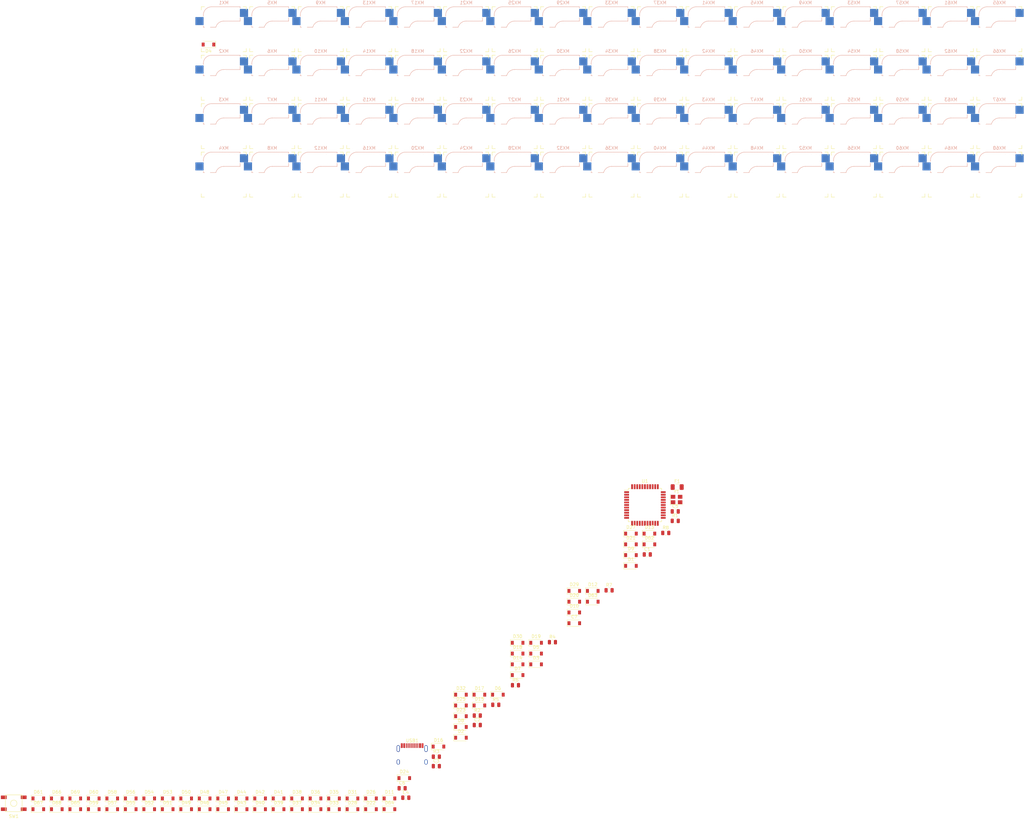
<source format=kicad_pcb>
(kicad_pcb (version 20171130) (host pcbnew "(5.1.6-0)")
  (layers (0 F.Cu signal) (31 B.Cu signal) (34 B.Paste user) (35 F.Paste user) (36 B.SilkS user) (37 F.SilkS user) (38 B.Mask user) (39 F.Mask user) (44 Edge.Cuts user))
  (net 0 "")
  (net 1 +5V)
  (net 2 GND)
  (net 3 "Net-(C4-Pad1)")
  (net 4 "Net-(C5-Pad1)")
  (net 5 "Net-(C7-Pad1)")
  (net 6 "Net-(D1-Pad2)")
  (net 7 "Net-(D1-Pad1)")
  (net 8 "Net-(D2-Pad2)")
  (net 9 ROW2)
  (net 10 "Net-(D3-Pad2)")
  (net 11 ROW3)
  (net 12 "Net-(D4-Pad2)")
  (net 13 ROW0)
  (net 14 "Net-(D5-Pad2)")
  (net 15 ROW1)
  (net 16 "Net-(D6-Pad2)")
  (net 17 "Net-(D7-Pad2)")
  (net 18 "Net-(D8-Pad2)")
  (net 19 "Net-(D9-Pad2)")
  (net 20 "Net-(D10-Pad2)")
  (net 21 "Net-(D11-Pad2)")
  (net 22 "Net-(D12-Pad2)")
  (net 23 "Net-(D13-Pad2)")
  (net 24 "Net-(D14-Pad2)")
  (net 25 "Net-(D15-Pad2)")
  (net 26 "Net-(D16-Pad2)")
  (net 27 "Net-(D17-Pad2)")
  (net 28 "Net-(D18-Pad2)")
  (net 29 "Net-(D19-Pad2)")
  (net 30 "Net-(D20-Pad2)")
  (net 31 "Net-(D21-Pad2)")
  (net 32 "Net-(D22-Pad2)")
  (net 33 "Net-(D23-Pad2)")
  (net 34 "Net-(D24-Pad2)")
  (net 35 "Net-(D25-Pad2)")
  (net 36 "Net-(D26-Pad2)")
  (net 37 "Net-(D27-Pad2)")
  (net 38 "Net-(D28-Pad2)")
  (net 39 "Net-(D29-Pad2)")
  (net 40 "Net-(D30-Pad2)")
  (net 41 "Net-(D31-Pad2)")
  (net 42 "Net-(D32-Pad2)")
  (net 43 "Net-(D33-Pad2)")
  (net 44 "Net-(D34-Pad2)")
  (net 45 "Net-(D35-Pad2)")
  (net 46 "Net-(D36-Pad2)")
  (net 47 "Net-(D37-Pad2)")
  (net 48 "Net-(D38-Pad2)")
  (net 49 "Net-(D39-Pad2)")
  (net 50 "Net-(D40-Pad2)")
  (net 51 "Net-(D41-Pad2)")
  (net 52 "Net-(D42-Pad2)")
  (net 53 "Net-(D43-Pad2)")
  (net 54 "Net-(D44-Pad2)")
  (net 55 "Net-(D45-Pad2)")
  (net 56 "Net-(D46-Pad2)")
  (net 57 "Net-(D47-Pad2)")
  (net 58 "Net-(D48-Pad2)")
  (net 59 "Net-(D49-Pad2)")
  (net 60 "Net-(D50-Pad2)")
  (net 61 "Net-(D51-Pad2)")
  (net 62 "Net-(D52-Pad2)")
  (net 63 "Net-(D53-Pad2)")
  (net 64 "Net-(D54-Pad2)")
  (net 65 "Net-(D55-Pad2)")
  (net 66 "Net-(D56-Pad2)")
  (net 67 "Net-(D57-Pad2)")
  (net 68 "Net-(D58-Pad2)")
  (net 69 "Net-(D59-Pad2)")
  (net 70 "Net-(D60-Pad2)")
  (net 71 "Net-(D61-Pad2)")
  (net 72 "Net-(D62-Pad2)")
  (net 73 "Net-(D63-Pad2)")
  (net 74 "Net-(D64-Pad2)")
  (net 75 "Net-(D65-Pad2)")
  (net 76 "Net-(D66-Pad2)")
  (net 77 "Net-(D67-Pad2)")
  (net 78 "Net-(D68-Pad2)")
  (net 79 "Net-(D69-Pad2)")
  (net 80 VCC)
  (net 81 COL0)
  (net 82 COL1)
  (net 83 COL2)
  (net 84 COL3)
  (net 85 COL4)
  (net 86 COL5)
  (net 87 COL6)
  (net 88 COL7)
  (net 89 COL8)
  (net 90 COL9)
  (net 91 COL10)
  (net 92 COL11)
  (net 93 COL12)
  (net 94 COL13)
  (net 95 COL14)
  (net 96 COL15)
  (net 97 COL16)
  (net 98 D-)
  (net 99 "Net-(R1-Pad1)")
  (net 100 D+)
  (net 101 "Net-(R2-Pad1)")
  (net 102 "Net-(R3-Pad2)")
  (net 103 "Net-(R4-Pad2)")
  (net 104 "Net-(R5-Pad1)")
  (net 105 "Net-(R6-Pad1)")
  (net 106 "Net-(D1-Pad3)")
  (net 107 "Net-(R8-Pad2)")
  (net 108 "Net-(SW1-Pad2)")
  (net 109 "Net-(SW1-Pad1)")
  (net 110 "Net-(U1-Pad42)")
  (net 111 "Net-(U1-Pad41)")
  (net 112 "Net-(U1-Pad40)")
  (net 113 "Net-(U1-Pad39)")
  (net 114 "Net-(U1-Pad38)")
  (net 115 "Net-(U1-Pad37)")
  (net 116 "Net-(U1-Pad36)")
  (net 117 "Net-(U1-Pad32)")
  (net 118 "Net-(U1-Pad31)")
  (net 119 "Net-(U1-Pad30)")
  (net 120 "Net-(U1-Pad29)")
  (net 121 "Net-(U1-Pad28)")
  (net 122 "Net-(U1-Pad27)")
  (net 123 "Net-(U1-Pad26)")
  (net 124 "Net-(U1-Pad25)")
  (net 125 "Net-(U1-Pad22)")
  (net 126 "Net-(U1-Pad21)")
  (net 127 "Net-(U1-Pad20)")
  (net 128 "Net-(U1-Pad19)")
  (net 129 "Net-(U1-Pad18)")
  (net 130 "Net-(U1-Pad12)")
  (net 131 "Net-(U1-Pad11)")
  (net 132 "Net-(U1-Pad10)")
  (net 133 "Net-(U1-Pad9)")
  (net 134 "Net-(U1-Pad8)")
  (net 135 "Net-(U1-Pad1)")
  (net 136 "Net-(USB1-Pad3)")
  (net 137 "Net-(USB1-Pad9)")
  (module Crystal:Crystal_SMD_3225-4Pin_3.2x2.5mm (layer F.Cu) (at 351.22625 183.70875)
    (fp_text reference Y1 (at 0 -2.45) (layer F.SilkS))
    (fp_text value 16MHz)
    (pad 4 smd rect (at -1.1 -0.85) (size 1.4 1.2) (layers F.Cu F.Paste F.Mask) (net 2 GND))
    (pad 3 smd rect (at 1.1 -0.85) (size 1.4 1.2) (layers F.Cu F.Paste F.Mask) (net 3 "Net-(C4-Pad1)"))
    (pad 2 smd rect (at 1.1 0.85) (size 1.4 1.2) (layers F.Cu F.Paste F.Mask) (net 2 GND))
    (pad 1 smd rect (at -1.1 0.85) (size 1.4 1.2) (layers F.Cu F.Paste F.Mask) (net 4 "Net-(C5-Pad1)"))
  )
  (module Type-C:HRO-TYPE-C-31-M-12-Assembly (layer F.Cu) (at 268.951249 268.01875)
    (fp_text reference USB1 (at 0 -9.25) (layer F.SilkS))
    (fp_text value HRO-TYPE-C-31-M-12)
    (pad 12 smd rect (at 3.225 -7.695) (size 0.6 1.45) (layers F.Cu F.Paste F.Mask) (net 2 GND))
    (pad 1 smd rect (at -3.225 -7.695) (size 0.6 1.45) (layers F.Cu F.Paste F.Mask) (net 2 GND))
    (pad 11 smd rect (at 2.45 -7.695) (size 0.6 1.45) (layers F.Cu F.Paste F.Mask) (net 80 VCC))
    (pad 2 smd rect (at -2.45 -7.695) (size 0.6 1.45) (layers F.Cu F.Paste F.Mask) (net 80 VCC))
    (pad 3 smd rect (at -1.75 -7.695) (size 0.3 1.45) (layers F.Cu F.Paste F.Mask) (net 136 "Net-(USB1-Pad3)"))
    (pad 10 smd rect (at 1.75 -7.695) (size 0.3 1.45) (layers F.Cu F.Paste F.Mask) (net 104 "Net-(R5-Pad1)"))
    (pad 4 smd rect (at -1.25 -7.695) (size 0.3 1.45) (layers F.Cu F.Paste F.Mask) (net 105 "Net-(R6-Pad1)"))
    (pad 9 smd rect (at 1.25 -7.695) (size 0.3 1.45) (layers F.Cu F.Paste F.Mask) (net 137 "Net-(USB1-Pad9)"))
    (pad 5 smd rect (at -0.75 -7.695) (size 0.3 1.45) (layers F.Cu F.Paste F.Mask) (net 106 "Net-(D1-Pad3)"))
    (pad 8 smd rect (at 0.75 -7.695) (size 0.3 1.45) (layers F.Cu F.Paste F.Mask) (net 107 "Net-(R8-Pad2)"))
    (pad 7 smd rect (at 0.25 -7.695) (size 0.3 1.45) (layers F.Cu F.Paste F.Mask) (net 106 "Net-(D1-Pad3)"))
    (pad 6 smd rect (at -0.25 -7.695) (size 0.3 1.45) (layers F.Cu F.Paste F.Mask) (net 107 "Net-(R8-Pad2)"))
    (pad "" np_thru_hole circle (at 2.89 -6.25) (size 0.65 0.65) (drill 0.65) (layers *.Cu *.Mask))
    (pad "" np_thru_hole circle (at -2.89 -6.25) (size 0.65 0.65) (drill 0.65) (layers *.Cu *.Mask))
    (pad 13 thru_hole oval (at -4.32 -6.78) (size 1 2.1) (drill oval 0.6 1.7) (layers *.Cu *.Mask) (net 2 GND))
    (pad 13 thru_hole oval (at 4.32 -6.78) (size 1 2.1) (drill oval 0.6 1.7) (layers *.Cu *.Mask) (net 2 GND))
    (pad 13 thru_hole oval (at -4.32 -2.6) (size 1 1.6) (drill oval 0.6 1.2) (layers *.Cu *.Mask) (net 2 GND))
    (pad 13 thru_hole oval (at 4.32 -2.6) (size 1 1.6) (drill oval 0.6 1.2) (layers *.Cu *.Mask) (net 2 GND))
  )
  (module Package_QFP:TQFP-44_10x10mm_P0.8mm (layer F.Cu) (at 341.37625 185.41875)
    (fp_text reference U1 (at 0 -7.45) (layer F.SilkS))
    (fp_text value ATmega32U4-AU)
    (pad 44 smd rect (at -4 -5.7 90) (size 1.5 0.55) (layers F.Cu F.Paste F.Mask) (net 1 +5V))
    (pad 43 smd rect (at -3.2 -5.7 90) (size 1.5 0.55) (layers F.Cu F.Paste F.Mask) (net 2 GND))
    (pad 42 smd rect (at -2.4 -5.7 90) (size 1.5 0.55) (layers F.Cu F.Paste F.Mask) (net 110 "Net-(U1-Pad42)"))
    (pad 41 smd rect (at -1.6 -5.7 90) (size 1.5 0.55) (layers F.Cu F.Paste F.Mask) (net 111 "Net-(U1-Pad41)"))
    (pad 40 smd rect (at -0.8 -5.7 90) (size 1.5 0.55) (layers F.Cu F.Paste F.Mask) (net 112 "Net-(U1-Pad40)"))
    (pad 39 smd rect (at 0 -5.7 90) (size 1.5 0.55) (layers F.Cu F.Paste F.Mask) (net 113 "Net-(U1-Pad39)"))
    (pad 38 smd rect (at 0.8 -5.7 90) (size 1.5 0.55) (layers F.Cu F.Paste F.Mask) (net 114 "Net-(U1-Pad38)"))
    (pad 37 smd rect (at 1.6 -5.7 90) (size 1.5 0.55) (layers F.Cu F.Paste F.Mask) (net 115 "Net-(U1-Pad37)"))
    (pad 36 smd rect (at 2.4 -5.7 90) (size 1.5 0.55) (layers F.Cu F.Paste F.Mask) (net 116 "Net-(U1-Pad36)"))
    (pad 35 smd rect (at 3.2 -5.7 90) (size 1.5 0.55) (layers F.Cu F.Paste F.Mask) (net 2 GND))
    (pad 34 smd rect (at 4 -5.7 90) (size 1.5 0.55) (layers F.Cu F.Paste F.Mask) (net 1 +5V))
    (pad 33 smd rect (at 5.7 -4) (size 1.5 0.55) (layers F.Cu F.Paste F.Mask) (net 103 "Net-(R4-Pad2)"))
    (pad 32 smd rect (at 5.7 -3.2) (size 1.5 0.55) (layers F.Cu F.Paste F.Mask) (net 117 "Net-(U1-Pad32)"))
    (pad 31 smd rect (at 5.7 -2.4) (size 1.5 0.55) (layers F.Cu F.Paste F.Mask) (net 118 "Net-(U1-Pad31)"))
    (pad 30 smd rect (at 5.7 -1.6) (size 1.5 0.55) (layers F.Cu F.Paste F.Mask) (net 119 "Net-(U1-Pad30)"))
    (pad 29 smd rect (at 5.7 -0.8) (size 1.5 0.55) (layers F.Cu F.Paste F.Mask) (net 120 "Net-(U1-Pad29)"))
    (pad 28 smd rect (at 5.7 0) (size 1.5 0.55) (layers F.Cu F.Paste F.Mask) (net 121 "Net-(U1-Pad28)"))
    (pad 27 smd rect (at 5.7 0.8) (size 1.5 0.55) (layers F.Cu F.Paste F.Mask) (net 122 "Net-(U1-Pad27)"))
    (pad 26 smd rect (at 5.7 1.6) (size 1.5 0.55) (layers F.Cu F.Paste F.Mask) (net 123 "Net-(U1-Pad26)"))
    (pad 25 smd rect (at 5.7 2.4) (size 1.5 0.55) (layers F.Cu F.Paste F.Mask) (net 124 "Net-(U1-Pad25)"))
    (pad 24 smd rect (at 5.7 3.2) (size 1.5 0.55) (layers F.Cu F.Paste F.Mask) (net 1 +5V))
    (pad 23 smd rect (at 5.7 4) (size 1.5 0.55) (layers F.Cu F.Paste F.Mask) (net 2 GND))
    (pad 22 smd rect (at 4 5.7 90) (size 1.5 0.55) (layers F.Cu F.Paste F.Mask) (net 125 "Net-(U1-Pad22)"))
    (pad 21 smd rect (at 3.2 5.7 90) (size 1.5 0.55) (layers F.Cu F.Paste F.Mask) (net 126 "Net-(U1-Pad21)"))
    (pad 20 smd rect (at 2.4 5.7 90) (size 1.5 0.55) (layers F.Cu F.Paste F.Mask) (net 127 "Net-(U1-Pad20)"))
    (pad 19 smd rect (at 1.6 5.7 90) (size 1.5 0.55) (layers F.Cu F.Paste F.Mask) (net 128 "Net-(U1-Pad19)"))
    (pad 18 smd rect (at 0.8 5.7 90) (size 1.5 0.55) (layers F.Cu F.Paste F.Mask) (net 129 "Net-(U1-Pad18)"))
    (pad 17 smd rect (at 0 5.7 90) (size 1.5 0.55) (layers F.Cu F.Paste F.Mask) (net 4 "Net-(C5-Pad1)"))
    (pad 16 smd rect (at -0.8 5.7 90) (size 1.5 0.55) (layers F.Cu F.Paste F.Mask) (net 3 "Net-(C4-Pad1)"))
    (pad 15 smd rect (at -1.6 5.7 90) (size 1.5 0.55) (layers F.Cu F.Paste F.Mask) (net 2 GND))
    (pad 14 smd rect (at -2.4 5.7 90) (size 1.5 0.55) (layers F.Cu F.Paste F.Mask) (net 1 +5V))
    (pad 13 smd rect (at -3.2 5.7 90) (size 1.5 0.55) (layers F.Cu F.Paste F.Mask) (net 108 "Net-(SW1-Pad2)"))
    (pad 12 smd rect (at -4 5.7 90) (size 1.5 0.55) (layers F.Cu F.Paste F.Mask) (net 130 "Net-(U1-Pad12)"))
    (pad 11 smd rect (at -5.7 4) (size 1.5 0.55) (layers F.Cu F.Paste F.Mask) (net 131 "Net-(U1-Pad11)"))
    (pad 10 smd rect (at -5.7 3.2) (size 1.5 0.55) (layers F.Cu F.Paste F.Mask) (net 132 "Net-(U1-Pad10)"))
    (pad 9 smd rect (at -5.7 2.4) (size 1.5 0.55) (layers F.Cu F.Paste F.Mask) (net 133 "Net-(U1-Pad9)"))
    (pad 8 smd rect (at -5.7 1.6) (size 1.5 0.55) (layers F.Cu F.Paste F.Mask) (net 134 "Net-(U1-Pad8)"))
    (pad 7 smd rect (at -5.7 0.8) (size 1.5 0.55) (layers F.Cu F.Paste F.Mask) (net 1 +5V))
    (pad 6 smd rect (at -5.7 0) (size 1.5 0.55) (layers F.Cu F.Paste F.Mask) (net 5 "Net-(C7-Pad1)"))
    (pad 5 smd rect (at -5.7 -0.8) (size 1.5 0.55) (layers F.Cu F.Paste F.Mask) (net 2 GND))
    (pad 4 smd rect (at -5.7 -1.6) (size 1.5 0.55) (layers F.Cu F.Paste F.Mask) (net 101 "Net-(R2-Pad1)"))
    (pad 3 smd rect (at -5.7 -2.4) (size 1.5 0.55) (layers F.Cu F.Paste F.Mask) (net 99 "Net-(R1-Pad1)"))
    (pad 2 smd rect (at -5.7 -3.2) (size 1.5 0.55) (layers F.Cu F.Paste F.Mask) (net 1 +5V))
    (pad 1 smd rect (at -5.7 -4) (size 1.5 0.55) (layers F.Cu F.Paste F.Mask) (net 135 "Net-(U1-Pad1)"))
  )
  (module random-keyboard-parts:SKQG-1155865 (layer F.Cu) (at 144.99625 278.26875)
    (fp_text reference SW1 (at 0 4.064) (layer F.SilkS))
    (fp_text value SW_Push)
    (pad 4 smd rect (at -3.1 1.85) (size 1.8 1.1) (layers F.Cu F.Paste F.Mask))
    (pad 3 smd rect (at 3.1 -1.85) (size 1.8 1.1) (layers F.Cu F.Paste F.Mask))
    (pad 2 smd rect (at -3.1 -1.85) (size 1.8 1.1) (layers F.Cu F.Paste F.Mask) (net 108 "Net-(SW1-Pad2)"))
    (pad 1 smd rect (at 3.1 1.85) (size 1.8 1.1) (layers F.Cu F.Paste F.Mask) (net 109 "Net-(SW1-Pad1)"))
  )
  (module Resistor_SMD:R_0805_2012Metric (layer F.Cu) (at 347.85625 194.11875)
    (fp_text reference R8 (at 0 -1.65) (layer F.SilkS))
    (fp_text value 22)
    (pad 2 smd roundrect (at 0.9375 0) (size 0.975 1.4) (layers F.Cu F.Paste F.Mask) (net 107 "Net-(R8-Pad2)"))
    (pad 1 smd roundrect (at -0.9375 0) (size 0.975 1.4) (layers F.Cu F.Paste F.Mask) (net 100 D+))
  )
  (module Resistor_SMD:R_0805_2012Metric (layer F.Cu) (at 330.22625 211.96875)
    (fp_text reference R7 (at 0 -1.65) (layer F.SilkS))
    (fp_text value 22)
    (pad 2 smd roundrect (at 0.9375 0) (size 0.975 1.4) (layers F.Cu F.Paste F.Mask) (net 106 "Net-(D1-Pad3)"))
    (pad 1 smd roundrect (at -0.9375 0) (size 0.975 1.4) (layers F.Cu F.Paste F.Mask) (net 98 D-))
  )
  (module Resistor_SMD:R_0805_2012Metric (layer F.Cu) (at 301.09625 241.51875)
    (fp_text reference R6 (at 0 -1.65) (layer F.SilkS))
    (fp_text value 5.1k)
    (pad 2 smd roundrect (at 0.9375 0) (size 0.975 1.4) (layers F.Cu F.Paste F.Mask) (net 2 GND))
    (pad 1 smd roundrect (at -0.9375 0) (size 0.975 1.4) (layers F.Cu F.Paste F.Mask) (net 105 "Net-(R6-Pad1)"))
  )
  (module Resistor_SMD:R_0805_2012Metric (layer F.Cu) (at 294.96625 247.61875)
    (fp_text reference R5 (at 0 -1.65) (layer F.SilkS))
    (fp_text value 5.1k)
    (pad 2 smd roundrect (at 0.9375 0) (size 0.975 1.4) (layers F.Cu F.Paste F.Mask) (net 2 GND))
    (pad 1 smd roundrect (at -0.9375 0) (size 0.975 1.4) (layers F.Cu F.Paste F.Mask) (net 104 "Net-(R5-Pad1)"))
  )
  (module Resistor_SMD:R_0805_2012Metric (layer F.Cu) (at 312.59625 228.11875)
    (fp_text reference R4 (at 0 -1.65) (layer F.SilkS))
    (fp_text value 10k)
    (pad 2 smd roundrect (at 0.9375 0) (size 0.975 1.4) (layers F.Cu F.Paste F.Mask) (net 103 "Net-(R4-Pad2)"))
    (pad 1 smd roundrect (at -0.9375 0) (size 0.975 1.4) (layers F.Cu F.Paste F.Mask) (net 2 GND))
  )
  (module Resistor_SMD:R_0805_2012Metric (layer F.Cu) (at 276.47625 263.76875)
    (fp_text reference R3 (at 0 -1.65) (layer F.SilkS))
    (fp_text value 10k)
    (pad 2 smd roundrect (at 0.9375 0) (size 0.975 1.4) (layers F.Cu F.Paste F.Mask) (net 102 "Net-(R3-Pad2)"))
    (pad 1 smd roundrect (at -0.9375 0) (size 0.975 1.4) (layers F.Cu F.Paste F.Mask) (net 1 +5V))
  )
  (module Resistor_SMD:R_0805_2012Metric (layer F.Cu) (at 289.21625 250.96875)
    (fp_text reference R2 (at 0 -1.65) (layer F.SilkS))
    (fp_text value 22)
    (pad 2 smd roundrect (at 0.9375 0) (size 0.975 1.4) (layers F.Cu F.Paste F.Mask) (net 100 D+))
    (pad 1 smd roundrect (at -0.9375 0) (size 0.975 1.4) (layers F.Cu F.Paste F.Mask) (net 101 "Net-(R2-Pad1)"))
  )
  (module Resistor_SMD:R_0805_2012Metric (layer F.Cu) (at 350.80625 190.35875)
    (fp_text reference R1 (at 0 -1.65) (layer F.SilkS))
    (fp_text value 22)
    (pad 2 smd roundrect (at 0.9375 0) (size 0.975 1.4) (layers F.Cu F.Paste F.Mask) (net 98 D-))
    (pad 1 smd roundrect (at -0.9375 0) (size 0.975 1.4) (layers F.Cu F.Paste F.Mask) (net 99 "Net-(R1-Pad1)"))
  )
  (module keyswitches:Kailh_socket_MX (layer F.Cu) (at 451.64375 82.55)
    (fp_text reference MX68 (at 0 -8.255) (layer B.SilkS) (effects (justify mirror)))
    (fp_text value MX-NoLED)
    (pad 2 smd rect (at -7.56 -2.54) (size 2.55 2.5) (layers B.Cu B.Paste B.Mask) (net 77 "Net-(D67-Pad2)"))
    (pad "" np_thru_hole circle (at -5.08 0) (size 1.7018 1.7018) (drill 1.7018) (layers *.Cu *.Mask))
    (pad "" np_thru_hole circle (at 5.08 0) (size 1.7018 1.7018) (drill 1.7018) (layers *.Cu *.Mask))
    (pad "" np_thru_hole circle (at 0 0) (size 3.9878 3.9878) (drill 3.9878) (layers *.Cu *.Mask))
    (pad "" np_thru_hole circle (at -3.81 -2.54) (size 3 3) (drill 3) (layers *.Cu *.Mask))
    (pad "" np_thru_hole circle (at 2.54 -5.08) (size 3 3) (drill 3) (layers *.Cu *.Mask))
    (pad 1 smd rect (at 6.29 -5.08) (size 2.55 2.5) (layers B.Cu B.Paste B.Mask) (net 97 COL16))
  )
  (module keyswitches:Kailh_socket_MX (layer F.Cu) (at 451.64375 67.46875)
    (fp_text reference MX67 (at 0 -8.255) (layer B.SilkS) (effects (justify mirror)))
    (fp_text value MX-NoLED)
    (pad 2 smd rect (at -7.56 -2.54) (size 2.55 2.5) (layers B.Cu B.Paste B.Mask) (net 76 "Net-(D66-Pad2)"))
    (pad "" np_thru_hole circle (at -5.08 0) (size 1.7018 1.7018) (drill 1.7018) (layers *.Cu *.Mask))
    (pad "" np_thru_hole circle (at 5.08 0) (size 1.7018 1.7018) (drill 1.7018) (layers *.Cu *.Mask))
    (pad "" np_thru_hole circle (at 0 0) (size 3.9878 3.9878) (drill 3.9878) (layers *.Cu *.Mask))
    (pad "" np_thru_hole circle (at -3.81 -2.54) (size 3 3) (drill 3) (layers *.Cu *.Mask))
    (pad "" np_thru_hole circle (at 2.54 -5.08) (size 3 3) (drill 3) (layers *.Cu *.Mask))
    (pad 1 smd rect (at 6.29 -5.08) (size 2.55 2.5) (layers B.Cu B.Paste B.Mask) (net 97 COL16))
  )
  (module keyswitches:Kailh_socket_MX (layer F.Cu) (at 451.64375 52.3875)
    (fp_text reference MX66 (at 0 -8.255) (layer B.SilkS) (effects (justify mirror)))
    (fp_text value MX-NoLED)
    (pad 2 smd rect (at -7.56 -2.54) (size 2.55 2.5) (layers B.Cu B.Paste B.Mask) (net 79 "Net-(D69-Pad2)"))
    (pad "" np_thru_hole circle (at -5.08 0) (size 1.7018 1.7018) (drill 1.7018) (layers *.Cu *.Mask))
    (pad "" np_thru_hole circle (at 5.08 0) (size 1.7018 1.7018) (drill 1.7018) (layers *.Cu *.Mask))
    (pad "" np_thru_hole circle (at 0 0) (size 3.9878 3.9878) (drill 3.9878) (layers *.Cu *.Mask))
    (pad "" np_thru_hole circle (at -3.81 -2.54) (size 3 3) (drill 3) (layers *.Cu *.Mask))
    (pad "" np_thru_hole circle (at 2.54 -5.08) (size 3 3) (drill 3) (layers *.Cu *.Mask))
    (pad 1 smd rect (at 6.29 -5.08) (size 2.55 2.5) (layers B.Cu B.Paste B.Mask) (net 97 COL16))
  )
  (module keyswitches:Kailh_socket_MX (layer F.Cu) (at 451.64375 37.30625)
    (fp_text reference MX65 (at 0 -8.255) (layer B.SilkS) (effects (justify mirror)))
    (fp_text value MX-NoLED)
    (pad 2 smd rect (at -7.56 -2.54) (size 2.55 2.5) (layers B.Cu B.Paste B.Mask) (net 78 "Net-(D68-Pad2)"))
    (pad "" np_thru_hole circle (at -5.08 0) (size 1.7018 1.7018) (drill 1.7018) (layers *.Cu *.Mask))
    (pad "" np_thru_hole circle (at 5.08 0) (size 1.7018 1.7018) (drill 1.7018) (layers *.Cu *.Mask))
    (pad "" np_thru_hole circle (at 0 0) (size 3.9878 3.9878) (drill 3.9878) (layers *.Cu *.Mask))
    (pad "" np_thru_hole circle (at -3.81 -2.54) (size 3 3) (drill 3) (layers *.Cu *.Mask))
    (pad "" np_thru_hole circle (at 2.54 -5.08) (size 3 3) (drill 3) (layers *.Cu *.Mask))
    (pad 1 smd rect (at 6.29 -5.08) (size 2.55 2.5) (layers B.Cu B.Paste B.Mask) (net 97 COL16))
  )
  (module keyswitches:Kailh_socket_MX (layer F.Cu) (at 436.5625 82.55)
    (fp_text reference MX64 (at 0 -8.255) (layer B.SilkS) (effects (justify mirror)))
    (fp_text value MX-NoLED)
    (pad 2 smd rect (at -7.56 -2.54) (size 2.55 2.5) (layers B.Cu B.Paste B.Mask) (net 73 "Net-(D63-Pad2)"))
    (pad "" np_thru_hole circle (at -5.08 0) (size 1.7018 1.7018) (drill 1.7018) (layers *.Cu *.Mask))
    (pad "" np_thru_hole circle (at 5.08 0) (size 1.7018 1.7018) (drill 1.7018) (layers *.Cu *.Mask))
    (pad "" np_thru_hole circle (at 0 0) (size 3.9878 3.9878) (drill 3.9878) (layers *.Cu *.Mask))
    (pad "" np_thru_hole circle (at -3.81 -2.54) (size 3 3) (drill 3) (layers *.Cu *.Mask))
    (pad "" np_thru_hole circle (at 2.54 -5.08) (size 3 3) (drill 3) (layers *.Cu *.Mask))
    (pad 1 smd rect (at 6.29 -5.08) (size 2.55 2.5) (layers B.Cu B.Paste B.Mask) (net 96 COL15))
  )
  (module keyswitches:Kailh_socket_MX (layer F.Cu) (at 436.5625 67.46875)
    (fp_text reference MX63 (at 0 -8.255) (layer B.SilkS) (effects (justify mirror)))
    (fp_text value MX-NoLED)
    (pad 2 smd rect (at -7.56 -2.54) (size 2.55 2.5) (layers B.Cu B.Paste B.Mask) (net 72 "Net-(D62-Pad2)"))
    (pad "" np_thru_hole circle (at -5.08 0) (size 1.7018 1.7018) (drill 1.7018) (layers *.Cu *.Mask))
    (pad "" np_thru_hole circle (at 5.08 0) (size 1.7018 1.7018) (drill 1.7018) (layers *.Cu *.Mask))
    (pad "" np_thru_hole circle (at 0 0) (size 3.9878 3.9878) (drill 3.9878) (layers *.Cu *.Mask))
    (pad "" np_thru_hole circle (at -3.81 -2.54) (size 3 3) (drill 3) (layers *.Cu *.Mask))
    (pad "" np_thru_hole circle (at 2.54 -5.08) (size 3 3) (drill 3) (layers *.Cu *.Mask))
    (pad 1 smd rect (at 6.29 -5.08) (size 2.55 2.5) (layers B.Cu B.Paste B.Mask) (net 96 COL15))
  )
  (module keyswitches:Kailh_socket_MX (layer F.Cu) (at 436.5625 52.3875)
    (fp_text reference MX62 (at 0 -8.255) (layer B.SilkS) (effects (justify mirror)))
    (fp_text value MX-NoLED)
    (pad 2 smd rect (at -7.56 -2.54) (size 2.55 2.5) (layers B.Cu B.Paste B.Mask) (net 75 "Net-(D65-Pad2)"))
    (pad "" np_thru_hole circle (at -5.08 0) (size 1.7018 1.7018) (drill 1.7018) (layers *.Cu *.Mask))
    (pad "" np_thru_hole circle (at 5.08 0) (size 1.7018 1.7018) (drill 1.7018) (layers *.Cu *.Mask))
    (pad "" np_thru_hole circle (at 0 0) (size 3.9878 3.9878) (drill 3.9878) (layers *.Cu *.Mask))
    (pad "" np_thru_hole circle (at -3.81 -2.54) (size 3 3) (drill 3) (layers *.Cu *.Mask))
    (pad "" np_thru_hole circle (at 2.54 -5.08) (size 3 3) (drill 3) (layers *.Cu *.Mask))
    (pad 1 smd rect (at 6.29 -5.08) (size 2.55 2.5) (layers B.Cu B.Paste B.Mask) (net 96 COL15))
  )
  (module keyswitches:Kailh_socket_MX (layer F.Cu) (at 436.5625 37.30625)
    (fp_text reference MX61 (at 0 -8.255) (layer B.SilkS) (effects (justify mirror)))
    (fp_text value MX-NoLED)
    (pad 2 smd rect (at -7.56 -2.54) (size 2.55 2.5) (layers B.Cu B.Paste B.Mask) (net 74 "Net-(D64-Pad2)"))
    (pad "" np_thru_hole circle (at -5.08 0) (size 1.7018 1.7018) (drill 1.7018) (layers *.Cu *.Mask))
    (pad "" np_thru_hole circle (at 5.08 0) (size 1.7018 1.7018) (drill 1.7018) (layers *.Cu *.Mask))
    (pad "" np_thru_hole circle (at 0 0) (size 3.9878 3.9878) (drill 3.9878) (layers *.Cu *.Mask))
    (pad "" np_thru_hole circle (at -3.81 -2.54) (size 3 3) (drill 3) (layers *.Cu *.Mask))
    (pad "" np_thru_hole circle (at 2.54 -5.08) (size 3 3) (drill 3) (layers *.Cu *.Mask))
    (pad 1 smd rect (at 6.29 -5.08) (size 2.55 2.5) (layers B.Cu B.Paste B.Mask) (net 96 COL15))
  )
  (module keyswitches:Kailh_socket_MX (layer F.Cu) (at 421.48125 82.55)
    (fp_text reference MX60 (at 0 -8.255) (layer B.SilkS) (effects (justify mirror)))
    (fp_text value MX-NoLED)
    (pad 2 smd rect (at -7.56 -2.54) (size 2.55 2.5) (layers B.Cu B.Paste B.Mask) (net 69 "Net-(D59-Pad2)"))
    (pad "" np_thru_hole circle (at -5.08 0) (size 1.7018 1.7018) (drill 1.7018) (layers *.Cu *.Mask))
    (pad "" np_thru_hole circle (at 5.08 0) (size 1.7018 1.7018) (drill 1.7018) (layers *.Cu *.Mask))
    (pad "" np_thru_hole circle (at 0 0) (size 3.9878 3.9878) (drill 3.9878) (layers *.Cu *.Mask))
    (pad "" np_thru_hole circle (at -3.81 -2.54) (size 3 3) (drill 3) (layers *.Cu *.Mask))
    (pad "" np_thru_hole circle (at 2.54 -5.08) (size 3 3) (drill 3) (layers *.Cu *.Mask))
    (pad 1 smd rect (at 6.29 -5.08) (size 2.55 2.5) (layers B.Cu B.Paste B.Mask) (net 95 COL14))
  )
  (module keyswitches:Kailh_socket_MX (layer F.Cu) (at 421.48125 67.46875)
    (fp_text reference MX59 (at 0 -8.255) (layer B.SilkS) (effects (justify mirror)))
    (fp_text value MX-NoLED)
    (pad 2 smd rect (at -7.56 -2.54) (size 2.55 2.5) (layers B.Cu B.Paste B.Mask) (net 68 "Net-(D58-Pad2)"))
    (pad "" np_thru_hole circle (at -5.08 0) (size 1.7018 1.7018) (drill 1.7018) (layers *.Cu *.Mask))
    (pad "" np_thru_hole circle (at 5.08 0) (size 1.7018 1.7018) (drill 1.7018) (layers *.Cu *.Mask))
    (pad "" np_thru_hole circle (at 0 0) (size 3.9878 3.9878) (drill 3.9878) (layers *.Cu *.Mask))
    (pad "" np_thru_hole circle (at -3.81 -2.54) (size 3 3) (drill 3) (layers *.Cu *.Mask))
    (pad "" np_thru_hole circle (at 2.54 -5.08) (size 3 3) (drill 3) (layers *.Cu *.Mask))
    (pad 1 smd rect (at 6.29 -5.08) (size 2.55 2.5) (layers B.Cu B.Paste B.Mask) (net 95 COL14))
  )
  (module keyswitches:Kailh_socket_MX (layer F.Cu) (at 421.48125 52.3875)
    (fp_text reference MX58 (at 0 -8.255) (layer B.SilkS) (effects (justify mirror)))
    (fp_text value MX-NoLED)
    (pad 2 smd rect (at -7.56 -2.54) (size 2.55 2.5) (layers B.Cu B.Paste B.Mask) (net 71 "Net-(D61-Pad2)"))
    (pad "" np_thru_hole circle (at -5.08 0) (size 1.7018 1.7018) (drill 1.7018) (layers *.Cu *.Mask))
    (pad "" np_thru_hole circle (at 5.08 0) (size 1.7018 1.7018) (drill 1.7018) (layers *.Cu *.Mask))
    (pad "" np_thru_hole circle (at 0 0) (size 3.9878 3.9878) (drill 3.9878) (layers *.Cu *.Mask))
    (pad "" np_thru_hole circle (at -3.81 -2.54) (size 3 3) (drill 3) (layers *.Cu *.Mask))
    (pad "" np_thru_hole circle (at 2.54 -5.08) (size 3 3) (drill 3) (layers *.Cu *.Mask))
    (pad 1 smd rect (at 6.29 -5.08) (size 2.55 2.5) (layers B.Cu B.Paste B.Mask) (net 95 COL14))
  )
  (module keyswitches:Kailh_socket_MX (layer F.Cu) (at 421.48125 37.30625)
    (fp_text reference MX57 (at 0 -8.255) (layer B.SilkS) (effects (justify mirror)))
    (fp_text value MX-NoLED)
    (pad 2 smd rect (at -7.56 -2.54) (size 2.55 2.5) (layers B.Cu B.Paste B.Mask) (net 70 "Net-(D60-Pad2)"))
    (pad "" np_thru_hole circle (at -5.08 0) (size 1.7018 1.7018) (drill 1.7018) (layers *.Cu *.Mask))
    (pad "" np_thru_hole circle (at 5.08 0) (size 1.7018 1.7018) (drill 1.7018) (layers *.Cu *.Mask))
    (pad "" np_thru_hole circle (at 0 0) (size 3.9878 3.9878) (drill 3.9878) (layers *.Cu *.Mask))
    (pad "" np_thru_hole circle (at -3.81 -2.54) (size 3 3) (drill 3) (layers *.Cu *.Mask))
    (pad "" np_thru_hole circle (at 2.54 -5.08) (size 3 3) (drill 3) (layers *.Cu *.Mask))
    (pad 1 smd rect (at 6.29 -5.08) (size 2.55 2.5) (layers B.Cu B.Paste B.Mask) (net 95 COL14))
  )
  (module keyswitches:Kailh_socket_MX (layer F.Cu) (at 406.4 82.55)
    (fp_text reference MX56 (at 0 -8.255) (layer B.SilkS) (effects (justify mirror)))
    (fp_text value MX-NoLED)
    (pad 2 smd rect (at -7.56 -2.54) (size 2.55 2.5) (layers B.Cu B.Paste B.Mask) (net 65 "Net-(D55-Pad2)"))
    (pad "" np_thru_hole circle (at -5.08 0) (size 1.7018 1.7018) (drill 1.7018) (layers *.Cu *.Mask))
    (pad "" np_thru_hole circle (at 5.08 0) (size 1.7018 1.7018) (drill 1.7018) (layers *.Cu *.Mask))
    (pad "" np_thru_hole circle (at 0 0) (size 3.9878 3.9878) (drill 3.9878) (layers *.Cu *.Mask))
    (pad "" np_thru_hole circle (at -3.81 -2.54) (size 3 3) (drill 3) (layers *.Cu *.Mask))
    (pad "" np_thru_hole circle (at 2.54 -5.08) (size 3 3) (drill 3) (layers *.Cu *.Mask))
    (pad 1 smd rect (at 6.29 -5.08) (size 2.55 2.5) (layers B.Cu B.Paste B.Mask) (net 94 COL13))
  )
  (module keyswitches:Kailh_socket_MX (layer F.Cu) (at 406.4 67.46875)
    (fp_text reference MX55 (at 0 -8.255) (layer B.SilkS) (effects (justify mirror)))
    (fp_text value MX-NoLED)
    (pad 2 smd rect (at -7.56 -2.54) (size 2.55 2.5) (layers B.Cu B.Paste B.Mask) (net 64 "Net-(D54-Pad2)"))
    (pad "" np_thru_hole circle (at -5.08 0) (size 1.7018 1.7018) (drill 1.7018) (layers *.Cu *.Mask))
    (pad "" np_thru_hole circle (at 5.08 0) (size 1.7018 1.7018) (drill 1.7018) (layers *.Cu *.Mask))
    (pad "" np_thru_hole circle (at 0 0) (size 3.9878 3.9878) (drill 3.9878) (layers *.Cu *.Mask))
    (pad "" np_thru_hole circle (at -3.81 -2.54) (size 3 3) (drill 3) (layers *.Cu *.Mask))
    (pad "" np_thru_hole circle (at 2.54 -5.08) (size 3 3) (drill 3) (layers *.Cu *.Mask))
    (pad 1 smd rect (at 6.29 -5.08) (size 2.55 2.5) (layers B.Cu B.Paste B.Mask) (net 94 COL13))
  )
  (module keyswitches:Kailh_socket_MX (layer F.Cu) (at 406.4 52.3875)
    (fp_text reference MX54 (at 0 -8.255) (layer B.SilkS) (effects (justify mirror)))
    (fp_text value MX-NoLED)
    (pad 2 smd rect (at -7.56 -2.54) (size 2.55 2.5) (layers B.Cu B.Paste B.Mask) (net 67 "Net-(D57-Pad2)"))
    (pad "" np_thru_hole circle (at -5.08 0) (size 1.7018 1.7018) (drill 1.7018) (layers *.Cu *.Mask))
    (pad "" np_thru_hole circle (at 5.08 0) (size 1.7018 1.7018) (drill 1.7018) (layers *.Cu *.Mask))
    (pad "" np_thru_hole circle (at 0 0) (size 3.9878 3.9878) (drill 3.9878) (layers *.Cu *.Mask))
    (pad "" np_thru_hole circle (at -3.81 -2.54) (size 3 3) (drill 3) (layers *.Cu *.Mask))
    (pad "" np_thru_hole circle (at 2.54 -5.08) (size 3 3) (drill 3) (layers *.Cu *.Mask))
    (pad 1 smd rect (at 6.29 -5.08) (size 2.55 2.5) (layers B.Cu B.Paste B.Mask) (net 94 COL13))
  )
  (module keyswitches:Kailh_socket_MX (layer F.Cu) (at 406.4 37.30625)
    (fp_text reference MX53 (at 0 -8.255) (layer B.SilkS) (effects (justify mirror)))
    (fp_text value MX-NoLED)
    (pad 2 smd rect (at -7.56 -2.54) (size 2.55 2.5) (layers B.Cu B.Paste B.Mask) (net 66 "Net-(D56-Pad2)"))
    (pad "" np_thru_hole circle (at -5.08 0) (size 1.7018 1.7018) (drill 1.7018) (layers *.Cu *.Mask))
    (pad "" np_thru_hole circle (at 5.08 0) (size 1.7018 1.7018) (drill 1.7018) (layers *.Cu *.Mask))
    (pad "" np_thru_hole circle (at 0 0) (size 3.9878 3.9878) (drill 3.9878) (layers *.Cu *.Mask))
    (pad "" np_thru_hole circle (at -3.81 -2.54) (size 3 3) (drill 3) (layers *.Cu *.Mask))
    (pad "" np_thru_hole circle (at 2.54 -5.08) (size 3 3) (drill 3) (layers *.Cu *.Mask))
    (pad 1 smd rect (at 6.29 -5.08) (size 2.55 2.5) (layers B.Cu B.Paste B.Mask) (net 94 COL13))
  )
  (module keyswitches:Kailh_socket_MX (layer F.Cu) (at 391.31875 82.55)
    (fp_text reference MX52 (at 0 -8.255) (layer B.SilkS) (effects (justify mirror)))
    (fp_text value MX-NoLED)
    (pad 2 smd rect (at -7.56 -2.54) (size 2.55 2.5) (layers B.Cu B.Paste B.Mask) (net 61 "Net-(D51-Pad2)"))
    (pad "" np_thru_hole circle (at -5.08 0) (size 1.7018 1.7018) (drill 1.7018) (layers *.Cu *.Mask))
    (pad "" np_thru_hole circle (at 5.08 0) (size 1.7018 1.7018) (drill 1.7018) (layers *.Cu *.Mask))
    (pad "" np_thru_hole circle (at 0 0) (size 3.9878 3.9878) (drill 3.9878) (layers *.Cu *.Mask))
    (pad "" np_thru_hole circle (at -3.81 -2.54) (size 3 3) (drill 3) (layers *.Cu *.Mask))
    (pad "" np_thru_hole circle (at 2.54 -5.08) (size 3 3) (drill 3) (layers *.Cu *.Mask))
    (pad 1 smd rect (at 6.29 -5.08) (size 2.55 2.5) (layers B.Cu B.Paste B.Mask) (net 93 COL12))
  )
  (module keyswitches:Kailh_socket_MX (layer F.Cu) (at 391.31875 67.46875)
    (fp_text reference MX51 (at 0 -8.255) (layer B.SilkS) (effects (justify mirror)))
    (fp_text value MX-NoLED)
    (pad 2 smd rect (at -7.56 -2.54) (size 2.55 2.5) (layers B.Cu B.Paste B.Mask) (net 60 "Net-(D50-Pad2)"))
    (pad "" np_thru_hole circle (at -5.08 0) (size 1.7018 1.7018) (drill 1.7018) (layers *.Cu *.Mask))
    (pad "" np_thru_hole circle (at 5.08 0) (size 1.7018 1.7018) (drill 1.7018) (layers *.Cu *.Mask))
    (pad "" np_thru_hole circle (at 0 0) (size 3.9878 3.9878) (drill 3.9878) (layers *.Cu *.Mask))
    (pad "" np_thru_hole circle (at -3.81 -2.54) (size 3 3) (drill 3) (layers *.Cu *.Mask))
    (pad "" np_thru_hole circle (at 2.54 -5.08) (size 3 3) (drill 3) (layers *.Cu *.Mask))
    (pad 1 smd rect (at 6.29 -5.08) (size 2.55 2.5) (layers B.Cu B.Paste B.Mask) (net 93 COL12))
  )
  (module keyswitches:Kailh_socket_MX (layer F.Cu) (at 391.31875 52.3875)
    (fp_text reference MX50 (at 0 -8.255) (layer B.SilkS) (effects (justify mirror)))
    (fp_text value MX-NoLED)
    (pad 2 smd rect (at -7.56 -2.54) (size 2.55 2.5) (layers B.Cu B.Paste B.Mask) (net 63 "Net-(D53-Pad2)"))
    (pad "" np_thru_hole circle (at -5.08 0) (size 1.7018 1.7018) (drill 1.7018) (layers *.Cu *.Mask))
    (pad "" np_thru_hole circle (at 5.08 0) (size 1.7018 1.7018) (drill 1.7018) (layers *.Cu *.Mask))
    (pad "" np_thru_hole circle (at 0 0) (size 3.9878 3.9878) (drill 3.9878) (layers *.Cu *.Mask))
    (pad "" np_thru_hole circle (at -3.81 -2.54) (size 3 3) (drill 3) (layers *.Cu *.Mask))
    (pad "" np_thru_hole circle (at 2.54 -5.08) (size 3 3) (drill 3) (layers *.Cu *.Mask))
    (pad 1 smd rect (at 6.29 -5.08) (size 2.55 2.5) (layers B.Cu B.Paste B.Mask) (net 93 COL12))
  )
  (module keyswitches:Kailh_socket_MX (layer F.Cu) (at 391.31875 37.30625)
    (fp_text reference MX49 (at 0 -8.255) (layer B.SilkS) (effects (justify mirror)))
    (fp_text value MX-NoLED)
    (pad 2 smd rect (at -7.56 -2.54) (size 2.55 2.5) (layers B.Cu B.Paste B.Mask) (net 62 "Net-(D52-Pad2)"))
    (pad "" np_thru_hole circle (at -5.08 0) (size 1.7018 1.7018) (drill 1.7018) (layers *.Cu *.Mask))
    (pad "" np_thru_hole circle (at 5.08 0) (size 1.7018 1.7018) (drill 1.7018) (layers *.Cu *.Mask))
    (pad "" np_thru_hole circle (at 0 0) (size 3.9878 3.9878) (drill 3.9878) (layers *.Cu *.Mask))
    (pad "" np_thru_hole circle (at -3.81 -2.54) (size 3 3) (drill 3) (layers *.Cu *.Mask))
    (pad "" np_thru_hole circle (at 2.54 -5.08) (size 3 3) (drill 3) (layers *.Cu *.Mask))
    (pad 1 smd rect (at 6.29 -5.08) (size 2.55 2.5) (layers B.Cu B.Paste B.Mask) (net 93 COL12))
  )
  (module keyswitches:Kailh_socket_MX (layer F.Cu) (at 376.2375 82.55)
    (fp_text reference MX48 (at 0 -8.255) (layer B.SilkS) (effects (justify mirror)))
    (fp_text value MX-NoLED)
    (pad 2 smd rect (at -7.56 -2.54) (size 2.55 2.5) (layers B.Cu B.Paste B.Mask) (net 57 "Net-(D47-Pad2)"))
    (pad "" np_thru_hole circle (at -5.08 0) (size 1.7018 1.7018) (drill 1.7018) (layers *.Cu *.Mask))
    (pad "" np_thru_hole circle (at 5.08 0) (size 1.7018 1.7018) (drill 1.7018) (layers *.Cu *.Mask))
    (pad "" np_thru_hole circle (at 0 0) (size 3.9878 3.9878) (drill 3.9878) (layers *.Cu *.Mask))
    (pad "" np_thru_hole circle (at -3.81 -2.54) (size 3 3) (drill 3) (layers *.Cu *.Mask))
    (pad "" np_thru_hole circle (at 2.54 -5.08) (size 3 3) (drill 3) (layers *.Cu *.Mask))
    (pad 1 smd rect (at 6.29 -5.08) (size 2.55 2.5) (layers B.Cu B.Paste B.Mask) (net 92 COL11))
  )
  (module keyswitches:Kailh_socket_MX (layer F.Cu) (at 376.2375 67.46875)
    (fp_text reference MX47 (at 0 -8.255) (layer B.SilkS) (effects (justify mirror)))
    (fp_text value MX-NoLED)
    (pad 2 smd rect (at -7.56 -2.54) (size 2.55 2.5) (layers B.Cu B.Paste B.Mask) (net 56 "Net-(D46-Pad2)"))
    (pad "" np_thru_hole circle (at -5.08 0) (size 1.7018 1.7018) (drill 1.7018) (layers *.Cu *.Mask))
    (pad "" np_thru_hole circle (at 5.08 0) (size 1.7018 1.7018) (drill 1.7018) (layers *.Cu *.Mask))
    (pad "" np_thru_hole circle (at 0 0) (size 3.9878 3.9878) (drill 3.9878) (layers *.Cu *.Mask))
    (pad "" np_thru_hole circle (at -3.81 -2.54) (size 3 3) (drill 3) (layers *.Cu *.Mask))
    (pad "" np_thru_hole circle (at 2.54 -5.08) (size 3 3) (drill 3) (layers *.Cu *.Mask))
    (pad 1 smd rect (at 6.29 -5.08) (size 2.55 2.5) (layers B.Cu B.Paste B.Mask) (net 92 COL11))
  )
  (module keyswitches:Kailh_socket_MX (layer F.Cu) (at 376.2375 52.3875)
    (fp_text reference MX46 (at 0 -8.255) (layer B.SilkS) (effects (justify mirror)))
    (fp_text value MX-NoLED)
    (pad 2 smd rect (at -7.56 -2.54) (size 2.55 2.5) (layers B.Cu B.Paste B.Mask) (net 59 "Net-(D49-Pad2)"))
    (pad "" np_thru_hole circle (at -5.08 0) (size 1.7018 1.7018) (drill 1.7018) (layers *.Cu *.Mask))
    (pad "" np_thru_hole circle (at 5.08 0) (size 1.7018 1.7018) (drill 1.7018) (layers *.Cu *.Mask))
    (pad "" np_thru_hole circle (at 0 0) (size 3.9878 3.9878) (drill 3.9878) (layers *.Cu *.Mask))
    (pad "" np_thru_hole circle (at -3.81 -2.54) (size 3 3) (drill 3) (layers *.Cu *.Mask))
    (pad "" np_thru_hole circle (at 2.54 -5.08) (size 3 3) (drill 3) (layers *.Cu *.Mask))
    (pad 1 smd rect (at 6.29 -5.08) (size 2.55 2.5) (layers B.Cu B.Paste B.Mask) (net 92 COL11))
  )
  (module keyswitches:Kailh_socket_MX (layer F.Cu) (at 376.2375 37.30625)
    (fp_text reference MX45 (at 0 -8.255) (layer B.SilkS) (effects (justify mirror)))
    (fp_text value MX-NoLED)
    (pad 2 smd rect (at -7.56 -2.54) (size 2.55 2.5) (layers B.Cu B.Paste B.Mask) (net 58 "Net-(D48-Pad2)"))
    (pad "" np_thru_hole circle (at -5.08 0) (size 1.7018 1.7018) (drill 1.7018) (layers *.Cu *.Mask))
    (pad "" np_thru_hole circle (at 5.08 0) (size 1.7018 1.7018) (drill 1.7018) (layers *.Cu *.Mask))
    (pad "" np_thru_hole circle (at 0 0) (size 3.9878 3.9878) (drill 3.9878) (layers *.Cu *.Mask))
    (pad "" np_thru_hole circle (at -3.81 -2.54) (size 3 3) (drill 3) (layers *.Cu *.Mask))
    (pad "" np_thru_hole circle (at 2.54 -5.08) (size 3 3) (drill 3) (layers *.Cu *.Mask))
    (pad 1 smd rect (at 6.29 -5.08) (size 2.55 2.5) (layers B.Cu B.Paste B.Mask) (net 92 COL11))
  )
  (module keyswitches:Kailh_socket_MX (layer F.Cu) (at 361.15625 82.55)
    (fp_text reference MX44 (at 0 -8.255) (layer B.SilkS) (effects (justify mirror)))
    (fp_text value MX-NoLED)
    (pad 2 smd rect (at -7.56 -2.54) (size 2.55 2.5) (layers B.Cu B.Paste B.Mask) (net 53 "Net-(D43-Pad2)"))
    (pad "" np_thru_hole circle (at -5.08 0) (size 1.7018 1.7018) (drill 1.7018) (layers *.Cu *.Mask))
    (pad "" np_thru_hole circle (at 5.08 0) (size 1.7018 1.7018) (drill 1.7018) (layers *.Cu *.Mask))
    (pad "" np_thru_hole circle (at 0 0) (size 3.9878 3.9878) (drill 3.9878) (layers *.Cu *.Mask))
    (pad "" np_thru_hole circle (at -3.81 -2.54) (size 3 3) (drill 3) (layers *.Cu *.Mask))
    (pad "" np_thru_hole circle (at 2.54 -5.08) (size 3 3) (drill 3) (layers *.Cu *.Mask))
    (pad 1 smd rect (at 6.29 -5.08) (size 2.55 2.5) (layers B.Cu B.Paste B.Mask) (net 91 COL10))
  )
  (module keyswitches:Kailh_socket_MX (layer F.Cu) (at 361.15625 67.46875)
    (fp_text reference MX43 (at 0 -8.255) (layer B.SilkS) (effects (justify mirror)))
    (fp_text value MX-NoLED)
    (pad 2 smd rect (at -7.56 -2.54) (size 2.55 2.5) (layers B.Cu B.Paste B.Mask) (net 52 "Net-(D42-Pad2)"))
    (pad "" np_thru_hole circle (at -5.08 0) (size 1.7018 1.7018) (drill 1.7018) (layers *.Cu *.Mask))
    (pad "" np_thru_hole circle (at 5.08 0) (size 1.7018 1.7018) (drill 1.7018) (layers *.Cu *.Mask))
    (pad "" np_thru_hole circle (at 0 0) (size 3.9878 3.9878) (drill 3.9878) (layers *.Cu *.Mask))
    (pad "" np_thru_hole circle (at -3.81 -2.54) (size 3 3) (drill 3) (layers *.Cu *.Mask))
    (pad "" np_thru_hole circle (at 2.54 -5.08) (size 3 3) (drill 3) (layers *.Cu *.Mask))
    (pad 1 smd rect (at 6.29 -5.08) (size 2.55 2.5) (layers B.Cu B.Paste B.Mask) (net 91 COL10))
  )
  (module keyswitches:Kailh_socket_MX (layer F.Cu) (at 361.15625 52.3875)
    (fp_text reference MX42 (at 0 -8.255) (layer B.SilkS) (effects (justify mirror)))
    (fp_text value MX-NoLED)
    (pad 2 smd rect (at -7.56 -2.54) (size 2.55 2.5) (layers B.Cu B.Paste B.Mask) (net 55 "Net-(D45-Pad2)"))
    (pad "" np_thru_hole circle (at -5.08 0) (size 1.7018 1.7018) (drill 1.7018) (layers *.Cu *.Mask))
    (pad "" np_thru_hole circle (at 5.08 0) (size 1.7018 1.7018) (drill 1.7018) (layers *.Cu *.Mask))
    (pad "" np_thru_hole circle (at 0 0) (size 3.9878 3.9878) (drill 3.9878) (layers *.Cu *.Mask))
    (pad "" np_thru_hole circle (at -3.81 -2.54) (size 3 3) (drill 3) (layers *.Cu *.Mask))
    (pad "" np_thru_hole circle (at 2.54 -5.08) (size 3 3) (drill 3) (layers *.Cu *.Mask))
    (pad 1 smd rect (at 6.29 -5.08) (size 2.55 2.5) (layers B.Cu B.Paste B.Mask) (net 91 COL10))
  )
  (module keyswitches:Kailh_socket_MX (layer F.Cu) (at 361.15625 37.30625)
    (fp_text reference MX41 (at 0 -8.255) (layer B.SilkS) (effects (justify mirror)))
    (fp_text value MX-NoLED)
    (pad 2 smd rect (at -7.56 -2.54) (size 2.55 2.5) (layers B.Cu B.Paste B.Mask) (net 54 "Net-(D44-Pad2)"))
    (pad "" np_thru_hole circle (at -5.08 0) (size 1.7018 1.7018) (drill 1.7018) (layers *.Cu *.Mask))
    (pad "" np_thru_hole circle (at 5.08 0) (size 1.7018 1.7018) (drill 1.7018) (layers *.Cu *.Mask))
    (pad "" np_thru_hole circle (at 0 0) (size 3.9878 3.9878) (drill 3.9878) (layers *.Cu *.Mask))
    (pad "" np_thru_hole circle (at -3.81 -2.54) (size 3 3) (drill 3) (layers *.Cu *.Mask))
    (pad "" np_thru_hole circle (at 2.54 -5.08) (size 3 3) (drill 3) (layers *.Cu *.Mask))
    (pad 1 smd rect (at 6.29 -5.08) (size 2.55 2.5) (layers B.Cu B.Paste B.Mask) (net 91 COL10))
  )
  (module keyswitches:Kailh_socket_MX (layer F.Cu) (at 346.075 82.55)
    (fp_text reference MX40 (at 0 -8.255) (layer B.SilkS) (effects (justify mirror)))
    (fp_text value MX-NoLED)
    (pad 2 smd rect (at -7.56 -2.54) (size 2.55 2.5) (layers B.Cu B.Paste B.Mask) (net 49 "Net-(D39-Pad2)"))
    (pad "" np_thru_hole circle (at -5.08 0) (size 1.7018 1.7018) (drill 1.7018) (layers *.Cu *.Mask))
    (pad "" np_thru_hole circle (at 5.08 0) (size 1.7018 1.7018) (drill 1.7018) (layers *.Cu *.Mask))
    (pad "" np_thru_hole circle (at 0 0) (size 3.9878 3.9878) (drill 3.9878) (layers *.Cu *.Mask))
    (pad "" np_thru_hole circle (at -3.81 -2.54) (size 3 3) (drill 3) (layers *.Cu *.Mask))
    (pad "" np_thru_hole circle (at 2.54 -5.08) (size 3 3) (drill 3) (layers *.Cu *.Mask))
    (pad 1 smd rect (at 6.29 -5.08) (size 2.55 2.5) (layers B.Cu B.Paste B.Mask) (net 90 COL9))
  )
  (module keyswitches:Kailh_socket_MX (layer F.Cu) (at 346.075 67.46875)
    (fp_text reference MX39 (at 0 -8.255) (layer B.SilkS) (effects (justify mirror)))
    (fp_text value MX-NoLED)
    (pad 2 smd rect (at -7.56 -2.54) (size 2.55 2.5) (layers B.Cu B.Paste B.Mask) (net 48 "Net-(D38-Pad2)"))
    (pad "" np_thru_hole circle (at -5.08 0) (size 1.7018 1.7018) (drill 1.7018) (layers *.Cu *.Mask))
    (pad "" np_thru_hole circle (at 5.08 0) (size 1.7018 1.7018) (drill 1.7018) (layers *.Cu *.Mask))
    (pad "" np_thru_hole circle (at 0 0) (size 3.9878 3.9878) (drill 3.9878) (layers *.Cu *.Mask))
    (pad "" np_thru_hole circle (at -3.81 -2.54) (size 3 3) (drill 3) (layers *.Cu *.Mask))
    (pad "" np_thru_hole circle (at 2.54 -5.08) (size 3 3) (drill 3) (layers *.Cu *.Mask))
    (pad 1 smd rect (at 6.29 -5.08) (size 2.55 2.5) (layers B.Cu B.Paste B.Mask) (net 90 COL9))
  )
  (module keyswitches:Kailh_socket_MX (layer F.Cu) (at 346.075 52.3875)
    (fp_text reference MX38 (at 0 -8.255) (layer B.SilkS) (effects (justify mirror)))
    (fp_text value MX-NoLED)
    (pad 2 smd rect (at -7.56 -2.54) (size 2.55 2.5) (layers B.Cu B.Paste B.Mask) (net 51 "Net-(D41-Pad2)"))
    (pad "" np_thru_hole circle (at -5.08 0) (size 1.7018 1.7018) (drill 1.7018) (layers *.Cu *.Mask))
    (pad "" np_thru_hole circle (at 5.08 0) (size 1.7018 1.7018) (drill 1.7018) (layers *.Cu *.Mask))
    (pad "" np_thru_hole circle (at 0 0) (size 3.9878 3.9878) (drill 3.9878) (layers *.Cu *.Mask))
    (pad "" np_thru_hole circle (at -3.81 -2.54) (size 3 3) (drill 3) (layers *.Cu *.Mask))
    (pad "" np_thru_hole circle (at 2.54 -5.08) (size 3 3) (drill 3) (layers *.Cu *.Mask))
    (pad 1 smd rect (at 6.29 -5.08) (size 2.55 2.5) (layers B.Cu B.Paste B.Mask) (net 90 COL9))
  )
  (module keyswitches:Kailh_socket_MX (layer F.Cu) (at 346.075 37.30625)
    (fp_text reference MX37 (at 0 -8.255) (layer B.SilkS) (effects (justify mirror)))
    (fp_text value MX-NoLED)
    (pad 2 smd rect (at -7.56 -2.54) (size 2.55 2.5) (layers B.Cu B.Paste B.Mask) (net 50 "Net-(D40-Pad2)"))
    (pad "" np_thru_hole circle (at -5.08 0) (size 1.7018 1.7018) (drill 1.7018) (layers *.Cu *.Mask))
    (pad "" np_thru_hole circle (at 5.08 0) (size 1.7018 1.7018) (drill 1.7018) (layers *.Cu *.Mask))
    (pad "" np_thru_hole circle (at 0 0) (size 3.9878 3.9878) (drill 3.9878) (layers *.Cu *.Mask))
    (pad "" np_thru_hole circle (at -3.81 -2.54) (size 3 3) (drill 3) (layers *.Cu *.Mask))
    (pad "" np_thru_hole circle (at 2.54 -5.08) (size 3 3) (drill 3) (layers *.Cu *.Mask))
    (pad 1 smd rect (at 6.29 -5.08) (size 2.55 2.5) (layers B.Cu B.Paste B.Mask) (net 90 COL9))
  )
  (module keyswitches:Kailh_socket_MX (layer F.Cu) (at 330.99375 82.55)
    (fp_text reference MX36 (at 0 -8.255) (layer B.SilkS) (effects (justify mirror)))
    (fp_text value MX-NoLED)
    (pad 2 smd rect (at -7.56 -2.54) (size 2.55 2.5) (layers B.Cu B.Paste B.Mask) (net 45 "Net-(D35-Pad2)"))
    (pad "" np_thru_hole circle (at -5.08 0) (size 1.7018 1.7018) (drill 1.7018) (layers *.Cu *.Mask))
    (pad "" np_thru_hole circle (at 5.08 0) (size 1.7018 1.7018) (drill 1.7018) (layers *.Cu *.Mask))
    (pad "" np_thru_hole circle (at 0 0) (size 3.9878 3.9878) (drill 3.9878) (layers *.Cu *.Mask))
    (pad "" np_thru_hole circle (at -3.81 -2.54) (size 3 3) (drill 3) (layers *.Cu *.Mask))
    (pad "" np_thru_hole circle (at 2.54 -5.08) (size 3 3) (drill 3) (layers *.Cu *.Mask))
    (pad 1 smd rect (at 6.29 -5.08) (size 2.55 2.5) (layers B.Cu B.Paste B.Mask) (net 89 COL8))
  )
  (module keyswitches:Kailh_socket_MX (layer F.Cu) (at 330.99375 67.46875)
    (fp_text reference MX35 (at 0 -8.255) (layer B.SilkS) (effects (justify mirror)))
    (fp_text value MX-NoLED)
    (pad 2 smd rect (at -7.56 -2.54) (size 2.55 2.5) (layers B.Cu B.Paste B.Mask) (net 44 "Net-(D34-Pad2)"))
    (pad "" np_thru_hole circle (at -5.08 0) (size 1.7018 1.7018) (drill 1.7018) (layers *.Cu *.Mask))
    (pad "" np_thru_hole circle (at 5.08 0) (size 1.7018 1.7018) (drill 1.7018) (layers *.Cu *.Mask))
    (pad "" np_thru_hole circle (at 0 0) (size 3.9878 3.9878) (drill 3.9878) (layers *.Cu *.Mask))
    (pad "" np_thru_hole circle (at -3.81 -2.54) (size 3 3) (drill 3) (layers *.Cu *.Mask))
    (pad "" np_thru_hole circle (at 2.54 -5.08) (size 3 3) (drill 3) (layers *.Cu *.Mask))
    (pad 1 smd rect (at 6.29 -5.08) (size 2.55 2.5) (layers B.Cu B.Paste B.Mask) (net 89 COL8))
  )
  (module keyswitches:Kailh_socket_MX (layer F.Cu) (at 330.99375 52.3875)
    (fp_text reference MX34 (at 0 -8.255) (layer B.SilkS) (effects (justify mirror)))
    (fp_text value MX-NoLED)
    (pad 2 smd rect (at -7.56 -2.54) (size 2.55 2.5) (layers B.Cu B.Paste B.Mask) (net 47 "Net-(D37-Pad2)"))
    (pad "" np_thru_hole circle (at -5.08 0) (size 1.7018 1.7018) (drill 1.7018) (layers *.Cu *.Mask))
    (pad "" np_thru_hole circle (at 5.08 0) (size 1.7018 1.7018) (drill 1.7018) (layers *.Cu *.Mask))
    (pad "" np_thru_hole circle (at 0 0) (size 3.9878 3.9878) (drill 3.9878) (layers *.Cu *.Mask))
    (pad "" np_thru_hole circle (at -3.81 -2.54) (size 3 3) (drill 3) (layers *.Cu *.Mask))
    (pad "" np_thru_hole circle (at 2.54 -5.08) (size 3 3) (drill 3) (layers *.Cu *.Mask))
    (pad 1 smd rect (at 6.29 -5.08) (size 2.55 2.5) (layers B.Cu B.Paste B.Mask) (net 89 COL8))
  )
  (module keyswitches:Kailh_socket_MX (layer F.Cu) (at 330.99375 37.30625)
    (fp_text reference MX33 (at 0 -8.255) (layer B.SilkS) (effects (justify mirror)))
    (fp_text value MX-NoLED)
    (pad 2 smd rect (at -7.56 -2.54) (size 2.55 2.5) (layers B.Cu B.Paste B.Mask) (net 46 "Net-(D36-Pad2)"))
    (pad "" np_thru_hole circle (at -5.08 0) (size 1.7018 1.7018) (drill 1.7018) (layers *.Cu *.Mask))
    (pad "" np_thru_hole circle (at 5.08 0) (size 1.7018 1.7018) (drill 1.7018) (layers *.Cu *.Mask))
    (pad "" np_thru_hole circle (at 0 0) (size 3.9878 3.9878) (drill 3.9878) (layers *.Cu *.Mask))
    (pad "" np_thru_hole circle (at -3.81 -2.54) (size 3 3) (drill 3) (layers *.Cu *.Mask))
    (pad "" np_thru_hole circle (at 2.54 -5.08) (size 3 3) (drill 3) (layers *.Cu *.Mask))
    (pad 1 smd rect (at 6.29 -5.08) (size 2.55 2.5) (layers B.Cu B.Paste B.Mask) (net 89 COL8))
  )
  (module keyswitches:Kailh_socket_MX (layer F.Cu) (at 315.9125 82.55)
    (fp_text reference MX32 (at 0 -8.255) (layer B.SilkS) (effects (justify mirror)))
    (fp_text value MX-NoLED)
    (pad 2 smd rect (at -7.56 -2.54) (size 2.55 2.5) (layers B.Cu B.Paste B.Mask) (net 41 "Net-(D31-Pad2)"))
    (pad "" np_thru_hole circle (at -5.08 0) (size 1.7018 1.7018) (drill 1.7018) (layers *.Cu *.Mask))
    (pad "" np_thru_hole circle (at 5.08 0) (size 1.7018 1.7018) (drill 1.7018) (layers *.Cu *.Mask))
    (pad "" np_thru_hole circle (at 0 0) (size 3.9878 3.9878) (drill 3.9878) (layers *.Cu *.Mask))
    (pad "" np_thru_hole circle (at -3.81 -2.54) (size 3 3) (drill 3) (layers *.Cu *.Mask))
    (pad "" np_thru_hole circle (at 2.54 -5.08) (size 3 3) (drill 3) (layers *.Cu *.Mask))
    (pad 1 smd rect (at 6.29 -5.08) (size 2.55 2.5) (layers B.Cu B.Paste B.Mask) (net 88 COL7))
  )
  (module keyswitches:Kailh_socket_MX (layer F.Cu) (at 315.9125 67.46875)
    (fp_text reference MX31 (at 0 -8.255) (layer B.SilkS) (effects (justify mirror)))
    (fp_text value MX-NoLED)
    (pad 2 smd rect (at -7.56 -2.54) (size 2.55 2.5) (layers B.Cu B.Paste B.Mask) (net 40 "Net-(D30-Pad2)"))
    (pad "" np_thru_hole circle (at -5.08 0) (size 1.7018 1.7018) (drill 1.7018) (layers *.Cu *.Mask))
    (pad "" np_thru_hole circle (at 5.08 0) (size 1.7018 1.7018) (drill 1.7018) (layers *.Cu *.Mask))
    (pad "" np_thru_hole circle (at 0 0) (size 3.9878 3.9878) (drill 3.9878) (layers *.Cu *.Mask))
    (pad "" np_thru_hole circle (at -3.81 -2.54) (size 3 3) (drill 3) (layers *.Cu *.Mask))
    (pad "" np_thru_hole circle (at 2.54 -5.08) (size 3 3) (drill 3) (layers *.Cu *.Mask))
    (pad 1 smd rect (at 6.29 -5.08) (size 2.55 2.5) (layers B.Cu B.Paste B.Mask) (net 88 COL7))
  )
  (module keyswitches:Kailh_socket_MX (layer F.Cu) (at 315.9125 52.3875)
    (fp_text reference MX30 (at 0 -8.255) (layer B.SilkS) (effects (justify mirror)))
    (fp_text value MX-NoLED)
    (pad 2 smd rect (at -7.56 -2.54) (size 2.55 2.5) (layers B.Cu B.Paste B.Mask) (net 43 "Net-(D33-Pad2)"))
    (pad "" np_thru_hole circle (at -5.08 0) (size 1.7018 1.7018) (drill 1.7018) (layers *.Cu *.Mask))
    (pad "" np_thru_hole circle (at 5.08 0) (size 1.7018 1.7018) (drill 1.7018) (layers *.Cu *.Mask))
    (pad "" np_thru_hole circle (at 0 0) (size 3.9878 3.9878) (drill 3.9878) (layers *.Cu *.Mask))
    (pad "" np_thru_hole circle (at -3.81 -2.54) (size 3 3) (drill 3) (layers *.Cu *.Mask))
    (pad "" np_thru_hole circle (at 2.54 -5.08) (size 3 3) (drill 3) (layers *.Cu *.Mask))
    (pad 1 smd rect (at 6.29 -5.08) (size 2.55 2.5) (layers B.Cu B.Paste B.Mask) (net 88 COL7))
  )
  (module keyswitches:Kailh_socket_MX (layer F.Cu) (at 315.9125 37.30625)
    (fp_text reference MX29 (at 0 -8.255) (layer B.SilkS) (effects (justify mirror)))
    (fp_text value MX-NoLED)
    (pad 2 smd rect (at -7.56 -2.54) (size 2.55 2.5) (layers B.Cu B.Paste B.Mask) (net 42 "Net-(D32-Pad2)"))
    (pad "" np_thru_hole circle (at -5.08 0) (size 1.7018 1.7018) (drill 1.7018) (layers *.Cu *.Mask))
    (pad "" np_thru_hole circle (at 5.08 0) (size 1.7018 1.7018) (drill 1.7018) (layers *.Cu *.Mask))
    (pad "" np_thru_hole circle (at 0 0) (size 3.9878 3.9878) (drill 3.9878) (layers *.Cu *.Mask))
    (pad "" np_thru_hole circle (at -3.81 -2.54) (size 3 3) (drill 3) (layers *.Cu *.Mask))
    (pad "" np_thru_hole circle (at 2.54 -5.08) (size 3 3) (drill 3) (layers *.Cu *.Mask))
    (pad 1 smd rect (at 6.29 -5.08) (size 2.55 2.5) (layers B.Cu B.Paste B.Mask) (net 88 COL7))
  )
  (module keyswitches:Kailh_socket_MX (layer F.Cu) (at 300.83125 82.55)
    (fp_text reference MX28 (at 0 -8.255) (layer B.SilkS) (effects (justify mirror)))
    (fp_text value MX-NoLED)
    (pad 2 smd rect (at -7.56 -2.54) (size 2.55 2.5) (layers B.Cu B.Paste B.Mask) (net 37 "Net-(D27-Pad2)"))
    (pad "" np_thru_hole circle (at -5.08 0) (size 1.7018 1.7018) (drill 1.7018) (layers *.Cu *.Mask))
    (pad "" np_thru_hole circle (at 5.08 0) (size 1.7018 1.7018) (drill 1.7018) (layers *.Cu *.Mask))
    (pad "" np_thru_hole circle (at 0 0) (size 3.9878 3.9878) (drill 3.9878) (layers *.Cu *.Mask))
    (pad "" np_thru_hole circle (at -3.81 -2.54) (size 3 3) (drill 3) (layers *.Cu *.Mask))
    (pad "" np_thru_hole circle (at 2.54 -5.08) (size 3 3) (drill 3) (layers *.Cu *.Mask))
    (pad 1 smd rect (at 6.29 -5.08) (size 2.55 2.5) (layers B.Cu B.Paste B.Mask) (net 87 COL6))
  )
  (module keyswitches:Kailh_socket_MX (layer F.Cu) (at 300.83125 67.46875)
    (fp_text reference MX27 (at 0 -8.255) (layer B.SilkS) (effects (justify mirror)))
    (fp_text value MX-NoLED)
    (pad 2 smd rect (at -7.56 -2.54) (size 2.55 2.5) (layers B.Cu B.Paste B.Mask) (net 36 "Net-(D26-Pad2)"))
    (pad "" np_thru_hole circle (at -5.08 0) (size 1.7018 1.7018) (drill 1.7018) (layers *.Cu *.Mask))
    (pad "" np_thru_hole circle (at 5.08 0) (size 1.7018 1.7018) (drill 1.7018) (layers *.Cu *.Mask))
    (pad "" np_thru_hole circle (at 0 0) (size 3.9878 3.9878) (drill 3.9878) (layers *.Cu *.Mask))
    (pad "" np_thru_hole circle (at -3.81 -2.54) (size 3 3) (drill 3) (layers *.Cu *.Mask))
    (pad "" np_thru_hole circle (at 2.54 -5.08) (size 3 3) (drill 3) (layers *.Cu *.Mask))
    (pad 1 smd rect (at 6.29 -5.08) (size 2.55 2.5) (layers B.Cu B.Paste B.Mask) (net 87 COL6))
  )
  (module keyswitches:Kailh_socket_MX (layer F.Cu) (at 300.83125 52.3875)
    (fp_text reference MX26 (at 0 -8.255) (layer B.SilkS) (effects (justify mirror)))
    (fp_text value MX-NoLED)
    (pad 2 smd rect (at -7.56 -2.54) (size 2.55 2.5) (layers B.Cu B.Paste B.Mask) (net 39 "Net-(D29-Pad2)"))
    (pad "" np_thru_hole circle (at -5.08 0) (size 1.7018 1.7018) (drill 1.7018) (layers *.Cu *.Mask))
    (pad "" np_thru_hole circle (at 5.08 0) (size 1.7018 1.7018) (drill 1.7018) (layers *.Cu *.Mask))
    (pad "" np_thru_hole circle (at 0 0) (size 3.9878 3.9878) (drill 3.9878) (layers *.Cu *.Mask))
    (pad "" np_thru_hole circle (at -3.81 -2.54) (size 3 3) (drill 3) (layers *.Cu *.Mask))
    (pad "" np_thru_hole circle (at 2.54 -5.08) (size 3 3) (drill 3) (layers *.Cu *.Mask))
    (pad 1 smd rect (at 6.29 -5.08) (size 2.55 2.5) (layers B.Cu B.Paste B.Mask) (net 87 COL6))
  )
  (module keyswitches:Kailh_socket_MX (layer F.Cu) (at 300.83125 37.30625)
    (fp_text reference MX25 (at 0 -8.255) (layer B.SilkS) (effects (justify mirror)))
    (fp_text value MX-NoLED)
    (pad 2 smd rect (at -7.56 -2.54) (size 2.55 2.5) (layers B.Cu B.Paste B.Mask) (net 38 "Net-(D28-Pad2)"))
    (pad "" np_thru_hole circle (at -5.08 0) (size 1.7018 1.7018) (drill 1.7018) (layers *.Cu *.Mask))
    (pad "" np_thru_hole circle (at 5.08 0) (size 1.7018 1.7018) (drill 1.7018) (layers *.Cu *.Mask))
    (pad "" np_thru_hole circle (at 0 0) (size 3.9878 3.9878) (drill 3.9878) (layers *.Cu *.Mask))
    (pad "" np_thru_hole circle (at -3.81 -2.54) (size 3 3) (drill 3) (layers *.Cu *.Mask))
    (pad "" np_thru_hole circle (at 2.54 -5.08) (size 3 3) (drill 3) (layers *.Cu *.Mask))
    (pad 1 smd rect (at 6.29 -5.08) (size 2.55 2.5) (layers B.Cu B.Paste B.Mask) (net 87 COL6))
  )
  (module keyswitches:Kailh_socket_MX (layer F.Cu) (at 285.75 82.55)
    (fp_text reference MX24 (at 0 -8.255) (layer B.SilkS) (effects (justify mirror)))
    (fp_text value MX-NoLED)
    (pad 2 smd rect (at -7.56 -2.54) (size 2.55 2.5) (layers B.Cu B.Paste B.Mask) (net 33 "Net-(D23-Pad2)"))
    (pad "" np_thru_hole circle (at -5.08 0) (size 1.7018 1.7018) (drill 1.7018) (layers *.Cu *.Mask))
    (pad "" np_thru_hole circle (at 5.08 0) (size 1.7018 1.7018) (drill 1.7018) (layers *.Cu *.Mask))
    (pad "" np_thru_hole circle (at 0 0) (size 3.9878 3.9878) (drill 3.9878) (layers *.Cu *.Mask))
    (pad "" np_thru_hole circle (at -3.81 -2.54) (size 3 3) (drill 3) (layers *.Cu *.Mask))
    (pad "" np_thru_hole circle (at 2.54 -5.08) (size 3 3) (drill 3) (layers *.Cu *.Mask))
    (pad 1 smd rect (at 6.29 -5.08) (size 2.55 2.5) (layers B.Cu B.Paste B.Mask) (net 86 COL5))
  )
  (module keyswitches:Kailh_socket_MX (layer F.Cu) (at 285.75 67.46875)
    (fp_text reference MX23 (at 0 -8.255) (layer B.SilkS) (effects (justify mirror)))
    (fp_text value MX-NoLED)
    (pad 2 smd rect (at -7.56 -2.54) (size 2.55 2.5) (layers B.Cu B.Paste B.Mask) (net 32 "Net-(D22-Pad2)"))
    (pad "" np_thru_hole circle (at -5.08 0) (size 1.7018 1.7018) (drill 1.7018) (layers *.Cu *.Mask))
    (pad "" np_thru_hole circle (at 5.08 0) (size 1.7018 1.7018) (drill 1.7018) (layers *.Cu *.Mask))
    (pad "" np_thru_hole circle (at 0 0) (size 3.9878 3.9878) (drill 3.9878) (layers *.Cu *.Mask))
    (pad "" np_thru_hole circle (at -3.81 -2.54) (size 3 3) (drill 3) (layers *.Cu *.Mask))
    (pad "" np_thru_hole circle (at 2.54 -5.08) (size 3 3) (drill 3) (layers *.Cu *.Mask))
    (pad 1 smd rect (at 6.29 -5.08) (size 2.55 2.5) (layers B.Cu B.Paste B.Mask) (net 86 COL5))
  )
  (module keyswitches:Kailh_socket_MX (layer F.Cu) (at 285.75 52.3875)
    (fp_text reference MX22 (at 0 -8.255) (layer B.SilkS) (effects (justify mirror)))
    (fp_text value MX-NoLED)
    (pad 2 smd rect (at -7.56 -2.54) (size 2.55 2.5) (layers B.Cu B.Paste B.Mask) (net 35 "Net-(D25-Pad2)"))
    (pad "" np_thru_hole circle (at -5.08 0) (size 1.7018 1.7018) (drill 1.7018) (layers *.Cu *.Mask))
    (pad "" np_thru_hole circle (at 5.08 0) (size 1.7018 1.7018) (drill 1.7018) (layers *.Cu *.Mask))
    (pad "" np_thru_hole circle (at 0 0) (size 3.9878 3.9878) (drill 3.9878) (layers *.Cu *.Mask))
    (pad "" np_thru_hole circle (at -3.81 -2.54) (size 3 3) (drill 3) (layers *.Cu *.Mask))
    (pad "" np_thru_hole circle (at 2.54 -5.08) (size 3 3) (drill 3) (layers *.Cu *.Mask))
    (pad 1 smd rect (at 6.29 -5.08) (size 2.55 2.5) (layers B.Cu B.Paste B.Mask) (net 86 COL5))
  )
  (module keyswitches:Kailh_socket_MX (layer F.Cu) (at 285.75 37.30625)
    (fp_text reference MX21 (at 0 -8.255) (layer B.SilkS) (effects (justify mirror)))
    (fp_text value MX-NoLED)
    (pad 2 smd rect (at -7.56 -2.54) (size 2.55 2.5) (layers B.Cu B.Paste B.Mask) (net 34 "Net-(D24-Pad2)"))
    (pad "" np_thru_hole circle (at -5.08 0) (size 1.7018 1.7018) (drill 1.7018) (layers *.Cu *.Mask))
    (pad "" np_thru_hole circle (at 5.08 0) (size 1.7018 1.7018) (drill 1.7018) (layers *.Cu *.Mask))
    (pad "" np_thru_hole circle (at 0 0) (size 3.9878 3.9878) (drill 3.9878) (layers *.Cu *.Mask))
    (pad "" np_thru_hole circle (at -3.81 -2.54) (size 3 3) (drill 3) (layers *.Cu *.Mask))
    (pad "" np_thru_hole circle (at 2.54 -5.08) (size 3 3) (drill 3) (layers *.Cu *.Mask))
    (pad 1 smd rect (at 6.29 -5.08) (size 2.55 2.5) (layers B.Cu B.Paste B.Mask) (net 86 COL5))
  )
  (module keyswitches:Kailh_socket_MX (layer F.Cu) (at 270.66875 82.55)
    (fp_text reference MX20 (at 0 -8.255) (layer B.SilkS) (effects (justify mirror)))
    (fp_text value MX-NoLED)
    (pad 2 smd rect (at -7.56 -2.54) (size 2.55 2.5) (layers B.Cu B.Paste B.Mask) (net 29 "Net-(D19-Pad2)"))
    (pad "" np_thru_hole circle (at -5.08 0) (size 1.7018 1.7018) (drill 1.7018) (layers *.Cu *.Mask))
    (pad "" np_thru_hole circle (at 5.08 0) (size 1.7018 1.7018) (drill 1.7018) (layers *.Cu *.Mask))
    (pad "" np_thru_hole circle (at 0 0) (size 3.9878 3.9878) (drill 3.9878) (layers *.Cu *.Mask))
    (pad "" np_thru_hole circle (at -3.81 -2.54) (size 3 3) (drill 3) (layers *.Cu *.Mask))
    (pad "" np_thru_hole circle (at 2.54 -5.08) (size 3 3) (drill 3) (layers *.Cu *.Mask))
    (pad 1 smd rect (at 6.29 -5.08) (size 2.55 2.5) (layers B.Cu B.Paste B.Mask) (net 85 COL4))
  )
  (module keyswitches:Kailh_socket_MX (layer F.Cu) (at 270.66875 67.46875)
    (fp_text reference MX19 (at 0 -8.255) (layer B.SilkS) (effects (justify mirror)))
    (fp_text value MX-NoLED)
    (pad 2 smd rect (at -7.56 -2.54) (size 2.55 2.5) (layers B.Cu B.Paste B.Mask) (net 28 "Net-(D18-Pad2)"))
    (pad "" np_thru_hole circle (at -5.08 0) (size 1.7018 1.7018) (drill 1.7018) (layers *.Cu *.Mask))
    (pad "" np_thru_hole circle (at 5.08 0) (size 1.7018 1.7018) (drill 1.7018) (layers *.Cu *.Mask))
    (pad "" np_thru_hole circle (at 0 0) (size 3.9878 3.9878) (drill 3.9878) (layers *.Cu *.Mask))
    (pad "" np_thru_hole circle (at -3.81 -2.54) (size 3 3) (drill 3) (layers *.Cu *.Mask))
    (pad "" np_thru_hole circle (at 2.54 -5.08) (size 3 3) (drill 3) (layers *.Cu *.Mask))
    (pad 1 smd rect (at 6.29 -5.08) (size 2.55 2.5) (layers B.Cu B.Paste B.Mask) (net 85 COL4))
  )
  (module keyswitches:Kailh_socket_MX (layer F.Cu) (at 270.66875 52.3875)
    (fp_text reference MX18 (at 0 -8.255) (layer B.SilkS) (effects (justify mirror)))
    (fp_text value MX-NoLED)
    (pad 2 smd rect (at -7.56 -2.54) (size 2.55 2.5) (layers B.Cu B.Paste B.Mask) (net 31 "Net-(D21-Pad2)"))
    (pad "" np_thru_hole circle (at -5.08 0) (size 1.7018 1.7018) (drill 1.7018) (layers *.Cu *.Mask))
    (pad "" np_thru_hole circle (at 5.08 0) (size 1.7018 1.7018) (drill 1.7018) (layers *.Cu *.Mask))
    (pad "" np_thru_hole circle (at 0 0) (size 3.9878 3.9878) (drill 3.9878) (layers *.Cu *.Mask))
    (pad "" np_thru_hole circle (at -3.81 -2.54) (size 3 3) (drill 3) (layers *.Cu *.Mask))
    (pad "" np_thru_hole circle (at 2.54 -5.08) (size 3 3) (drill 3) (layers *.Cu *.Mask))
    (pad 1 smd rect (at 6.29 -5.08) (size 2.55 2.5) (layers B.Cu B.Paste B.Mask) (net 85 COL4))
  )
  (module keyswitches:Kailh_socket_MX (layer F.Cu) (at 270.66875 37.30625)
    (fp_text reference MX17 (at 0 -8.255) (layer B.SilkS) (effects (justify mirror)))
    (fp_text value MX-NoLED)
    (pad 2 smd rect (at -7.56 -2.54) (size 2.55 2.5) (layers B.Cu B.Paste B.Mask) (net 30 "Net-(D20-Pad2)"))
    (pad "" np_thru_hole circle (at -5.08 0) (size 1.7018 1.7018) (drill 1.7018) (layers *.Cu *.Mask))
    (pad "" np_thru_hole circle (at 5.08 0) (size 1.7018 1.7018) (drill 1.7018) (layers *.Cu *.Mask))
    (pad "" np_thru_hole circle (at 0 0) (size 3.9878 3.9878) (drill 3.9878) (layers *.Cu *.Mask))
    (pad "" np_thru_hole circle (at -3.81 -2.54) (size 3 3) (drill 3) (layers *.Cu *.Mask))
    (pad "" np_thru_hole circle (at 2.54 -5.08) (size 3 3) (drill 3) (layers *.Cu *.Mask))
    (pad 1 smd rect (at 6.29 -5.08) (size 2.55 2.5) (layers B.Cu B.Paste B.Mask) (net 85 COL4))
  )
  (module keyswitches:Kailh_socket_MX (layer F.Cu) (at 255.5875 82.55)
    (fp_text reference MX16 (at 0 -8.255) (layer B.SilkS) (effects (justify mirror)))
    (fp_text value MX-NoLED)
    (pad 2 smd rect (at -7.56 -2.54) (size 2.55 2.5) (layers B.Cu B.Paste B.Mask) (net 25 "Net-(D15-Pad2)"))
    (pad "" np_thru_hole circle (at -5.08 0) (size 1.7018 1.7018) (drill 1.7018) (layers *.Cu *.Mask))
    (pad "" np_thru_hole circle (at 5.08 0) (size 1.7018 1.7018) (drill 1.7018) (layers *.Cu *.Mask))
    (pad "" np_thru_hole circle (at 0 0) (size 3.9878 3.9878) (drill 3.9878) (layers *.Cu *.Mask))
    (pad "" np_thru_hole circle (at -3.81 -2.54) (size 3 3) (drill 3) (layers *.Cu *.Mask))
    (pad "" np_thru_hole circle (at 2.54 -5.08) (size 3 3) (drill 3) (layers *.Cu *.Mask))
    (pad 1 smd rect (at 6.29 -5.08) (size 2.55 2.5) (layers B.Cu B.Paste B.Mask) (net 84 COL3))
  )
  (module keyswitches:Kailh_socket_MX (layer F.Cu) (at 255.5875 67.46875)
    (fp_text reference MX15 (at 0 -8.255) (layer B.SilkS) (effects (justify mirror)))
    (fp_text value MX-NoLED)
    (pad 2 smd rect (at -7.56 -2.54) (size 2.55 2.5) (layers B.Cu B.Paste B.Mask) (net 24 "Net-(D14-Pad2)"))
    (pad "" np_thru_hole circle (at -5.08 0) (size 1.7018 1.7018) (drill 1.7018) (layers *.Cu *.Mask))
    (pad "" np_thru_hole circle (at 5.08 0) (size 1.7018 1.7018) (drill 1.7018) (layers *.Cu *.Mask))
    (pad "" np_thru_hole circle (at 0 0) (size 3.9878 3.9878) (drill 3.9878) (layers *.Cu *.Mask))
    (pad "" np_thru_hole circle (at -3.81 -2.54) (size 3 3) (drill 3) (layers *.Cu *.Mask))
    (pad "" np_thru_hole circle (at 2.54 -5.08) (size 3 3) (drill 3) (layers *.Cu *.Mask))
    (pad 1 smd rect (at 6.29 -5.08) (size 2.55 2.5) (layers B.Cu B.Paste B.Mask) (net 84 COL3))
  )
  (module keyswitches:Kailh_socket_MX (layer F.Cu) (at 255.5875 52.3875)
    (fp_text reference MX14 (at 0 -8.255) (layer B.SilkS) (effects (justify mirror)))
    (fp_text value MX-NoLED)
    (pad 2 smd rect (at -7.56 -2.54) (size 2.55 2.5) (layers B.Cu B.Paste B.Mask) (net 27 "Net-(D17-Pad2)"))
    (pad "" np_thru_hole circle (at -5.08 0) (size 1.7018 1.7018) (drill 1.7018) (layers *.Cu *.Mask))
    (pad "" np_thru_hole circle (at 5.08 0) (size 1.7018 1.7018) (drill 1.7018) (layers *.Cu *.Mask))
    (pad "" np_thru_hole circle (at 0 0) (size 3.9878 3.9878) (drill 3.9878) (layers *.Cu *.Mask))
    (pad "" np_thru_hole circle (at -3.81 -2.54) (size 3 3) (drill 3) (layers *.Cu *.Mask))
    (pad "" np_thru_hole circle (at 2.54 -5.08) (size 3 3) (drill 3) (layers *.Cu *.Mask))
    (pad 1 smd rect (at 6.29 -5.08) (size 2.55 2.5) (layers B.Cu B.Paste B.Mask) (net 84 COL3))
  )
  (module keyswitches:Kailh_socket_MX (layer F.Cu) (at 255.5875 37.30625)
    (fp_text reference MX13 (at 0 -8.255) (layer B.SilkS) (effects (justify mirror)))
    (fp_text value MX-NoLED)
    (pad 2 smd rect (at -7.56 -2.54) (size 2.55 2.5) (layers B.Cu B.Paste B.Mask) (net 26 "Net-(D16-Pad2)"))
    (pad "" np_thru_hole circle (at -5.08 0) (size 1.7018 1.7018) (drill 1.7018) (layers *.Cu *.Mask))
    (pad "" np_thru_hole circle (at 5.08 0) (size 1.7018 1.7018) (drill 1.7018) (layers *.Cu *.Mask))
    (pad "" np_thru_hole circle (at 0 0) (size 3.9878 3.9878) (drill 3.9878) (layers *.Cu *.Mask))
    (pad "" np_thru_hole circle (at -3.81 -2.54) (size 3 3) (drill 3) (layers *.Cu *.Mask))
    (pad "" np_thru_hole circle (at 2.54 -5.08) (size 3 3) (drill 3) (layers *.Cu *.Mask))
    (pad 1 smd rect (at 6.29 -5.08) (size 2.55 2.5) (layers B.Cu B.Paste B.Mask) (net 84 COL3))
  )
  (module keyswitches:Kailh_socket_MX (layer F.Cu) (at 240.50625 82.55)
    (fp_text reference MX12 (at 0 -8.255) (layer B.SilkS) (effects (justify mirror)))
    (fp_text value MX-NoLED)
    (pad 2 smd rect (at -7.56 -2.54) (size 2.55 2.5) (layers B.Cu B.Paste B.Mask) (net 21 "Net-(D11-Pad2)"))
    (pad "" np_thru_hole circle (at -5.08 0) (size 1.7018 1.7018) (drill 1.7018) (layers *.Cu *.Mask))
    (pad "" np_thru_hole circle (at 5.08 0) (size 1.7018 1.7018) (drill 1.7018) (layers *.Cu *.Mask))
    (pad "" np_thru_hole circle (at 0 0) (size 3.9878 3.9878) (drill 3.9878) (layers *.Cu *.Mask))
    (pad "" np_thru_hole circle (at -3.81 -2.54) (size 3 3) (drill 3) (layers *.Cu *.Mask))
    (pad "" np_thru_hole circle (at 2.54 -5.08) (size 3 3) (drill 3) (layers *.Cu *.Mask))
    (pad 1 smd rect (at 6.29 -5.08) (size 2.55 2.5) (layers B.Cu B.Paste B.Mask) (net 83 COL2))
  )
  (module keyswitches:Kailh_socket_MX (layer F.Cu) (at 240.50625 67.46875)
    (fp_text reference MX11 (at 0 -8.255) (layer B.SilkS) (effects (justify mirror)))
    (fp_text value MX-NoLED)
    (pad 2 smd rect (at -7.56 -2.54) (size 2.55 2.5) (layers B.Cu B.Paste B.Mask) (net 20 "Net-(D10-Pad2)"))
    (pad "" np_thru_hole circle (at -5.08 0) (size 1.7018 1.7018) (drill 1.7018) (layers *.Cu *.Mask))
    (pad "" np_thru_hole circle (at 5.08 0) (size 1.7018 1.7018) (drill 1.7018) (layers *.Cu *.Mask))
    (pad "" np_thru_hole circle (at 0 0) (size 3.9878 3.9878) (drill 3.9878) (layers *.Cu *.Mask))
    (pad "" np_thru_hole circle (at -3.81 -2.54) (size 3 3) (drill 3) (layers *.Cu *.Mask))
    (pad "" np_thru_hole circle (at 2.54 -5.08) (size 3 3) (drill 3) (layers *.Cu *.Mask))
    (pad 1 smd rect (at 6.29 -5.08) (size 2.55 2.5) (layers B.Cu B.Paste B.Mask) (net 83 COL2))
  )
  (module keyswitches:Kailh_socket_MX (layer F.Cu) (at 240.50625 52.3875)
    (fp_text reference MX10 (at 0 -8.255) (layer B.SilkS) (effects (justify mirror)))
    (fp_text value MX-NoLED)
    (pad 2 smd rect (at -7.56 -2.54) (size 2.55 2.5) (layers B.Cu B.Paste B.Mask) (net 23 "Net-(D13-Pad2)"))
    (pad "" np_thru_hole circle (at -5.08 0) (size 1.7018 1.7018) (drill 1.7018) (layers *.Cu *.Mask))
    (pad "" np_thru_hole circle (at 5.08 0) (size 1.7018 1.7018) (drill 1.7018) (layers *.Cu *.Mask))
    (pad "" np_thru_hole circle (at 0 0) (size 3.9878 3.9878) (drill 3.9878) (layers *.Cu *.Mask))
    (pad "" np_thru_hole circle (at -3.81 -2.54) (size 3 3) (drill 3) (layers *.Cu *.Mask))
    (pad "" np_thru_hole circle (at 2.54 -5.08) (size 3 3) (drill 3) (layers *.Cu *.Mask))
    (pad 1 smd rect (at 6.29 -5.08) (size 2.55 2.5) (layers B.Cu B.Paste B.Mask) (net 83 COL2))
  )
  (module keyswitches:Kailh_socket_MX (layer F.Cu) (at 240.50625 37.30625)
    (fp_text reference MX9 (at 0 -8.255) (layer B.SilkS) (effects (justify mirror)))
    (fp_text value MX-NoLED)
    (pad 2 smd rect (at -7.56 -2.54) (size 2.55 2.5) (layers B.Cu B.Paste B.Mask) (net 22 "Net-(D12-Pad2)"))
    (pad "" np_thru_hole circle (at -5.08 0) (size 1.7018 1.7018) (drill 1.7018) (layers *.Cu *.Mask))
    (pad "" np_thru_hole circle (at 5.08 0) (size 1.7018 1.7018) (drill 1.7018) (layers *.Cu *.Mask))
    (pad "" np_thru_hole circle (at 0 0) (size 3.9878 3.9878) (drill 3.9878) (layers *.Cu *.Mask))
    (pad "" np_thru_hole circle (at -3.81 -2.54) (size 3 3) (drill 3) (layers *.Cu *.Mask))
    (pad "" np_thru_hole circle (at 2.54 -5.08) (size 3 3) (drill 3) (layers *.Cu *.Mask))
    (pad 1 smd rect (at 6.29 -5.08) (size 2.55 2.5) (layers B.Cu B.Paste B.Mask) (net 83 COL2))
  )
  (module keyswitches:Kailh_socket_MX (layer F.Cu) (at 225.425 82.55)
    (fp_text reference MX8 (at 0 -8.255) (layer B.SilkS) (effects (justify mirror)))
    (fp_text value MX-NoLED)
    (pad 2 smd rect (at -7.56 -2.54) (size 2.55 2.5) (layers B.Cu B.Paste B.Mask) (net 17 "Net-(D7-Pad2)"))
    (pad "" np_thru_hole circle (at -5.08 0) (size 1.7018 1.7018) (drill 1.7018) (layers *.Cu *.Mask))
    (pad "" np_thru_hole circle (at 5.08 0) (size 1.7018 1.7018) (drill 1.7018) (layers *.Cu *.Mask))
    (pad "" np_thru_hole circle (at 0 0) (size 3.9878 3.9878) (drill 3.9878) (layers *.Cu *.Mask))
    (pad "" np_thru_hole circle (at -3.81 -2.54) (size 3 3) (drill 3) (layers *.Cu *.Mask))
    (pad "" np_thru_hole circle (at 2.54 -5.08) (size 3 3) (drill 3) (layers *.Cu *.Mask))
    (pad 1 smd rect (at 6.29 -5.08) (size 2.55 2.5) (layers B.Cu B.Paste B.Mask) (net 82 COL1))
  )
  (module keyswitches:Kailh_socket_MX (layer F.Cu) (at 225.425 67.46875)
    (fp_text reference MX7 (at 0 -8.255) (layer B.SilkS) (effects (justify mirror)))
    (fp_text value MX-NoLED)
    (pad 2 smd rect (at -7.56 -2.54) (size 2.55 2.5) (layers B.Cu B.Paste B.Mask) (net 16 "Net-(D6-Pad2)"))
    (pad "" np_thru_hole circle (at -5.08 0) (size 1.7018 1.7018) (drill 1.7018) (layers *.Cu *.Mask))
    (pad "" np_thru_hole circle (at 5.08 0) (size 1.7018 1.7018) (drill 1.7018) (layers *.Cu *.Mask))
    (pad "" np_thru_hole circle (at 0 0) (size 3.9878 3.9878) (drill 3.9878) (layers *.Cu *.Mask))
    (pad "" np_thru_hole circle (at -3.81 -2.54) (size 3 3) (drill 3) (layers *.Cu *.Mask))
    (pad "" np_thru_hole circle (at 2.54 -5.08) (size 3 3) (drill 3) (layers *.Cu *.Mask))
    (pad 1 smd rect (at 6.29 -5.08) (size 2.55 2.5) (layers B.Cu B.Paste B.Mask) (net 82 COL1))
  )
  (module keyswitches:Kailh_socket_MX (layer F.Cu) (at 225.425 52.3875)
    (fp_text reference MX6 (at 0 -8.255) (layer B.SilkS) (effects (justify mirror)))
    (fp_text value MX-NoLED)
    (pad 2 smd rect (at -7.56 -2.54) (size 2.55 2.5) (layers B.Cu B.Paste B.Mask) (net 19 "Net-(D9-Pad2)"))
    (pad "" np_thru_hole circle (at -5.08 0) (size 1.7018 1.7018) (drill 1.7018) (layers *.Cu *.Mask))
    (pad "" np_thru_hole circle (at 5.08 0) (size 1.7018 1.7018) (drill 1.7018) (layers *.Cu *.Mask))
    (pad "" np_thru_hole circle (at 0 0) (size 3.9878 3.9878) (drill 3.9878) (layers *.Cu *.Mask))
    (pad "" np_thru_hole circle (at -3.81 -2.54) (size 3 3) (drill 3) (layers *.Cu *.Mask))
    (pad "" np_thru_hole circle (at 2.54 -5.08) (size 3 3) (drill 3) (layers *.Cu *.Mask))
    (pad 1 smd rect (at 6.29 -5.08) (size 2.55 2.5) (layers B.Cu B.Paste B.Mask) (net 82 COL1))
  )
  (module keyswitches:Kailh_socket_MX (layer F.Cu) (at 225.425 37.30625)
    (fp_text reference MX5 (at 0 -8.255) (layer B.SilkS) (effects (justify mirror)))
    (fp_text value MX-NoLED)
    (pad 2 smd rect (at -7.56 -2.54) (size 2.55 2.5) (layers B.Cu B.Paste B.Mask) (net 18 "Net-(D8-Pad2)"))
    (pad "" np_thru_hole circle (at -5.08 0) (size 1.7018 1.7018) (drill 1.7018) (layers *.Cu *.Mask))
    (pad "" np_thru_hole circle (at 5.08 0) (size 1.7018 1.7018) (drill 1.7018) (layers *.Cu *.Mask))
    (pad "" np_thru_hole circle (at 0 0) (size 3.9878 3.9878) (drill 3.9878) (layers *.Cu *.Mask))
    (pad "" np_thru_hole circle (at -3.81 -2.54) (size 3 3) (drill 3) (layers *.Cu *.Mask))
    (pad "" np_thru_hole circle (at 2.54 -5.08) (size 3 3) (drill 3) (layers *.Cu *.Mask))
    (pad 1 smd rect (at 6.29 -5.08) (size 2.55 2.5) (layers B.Cu B.Paste B.Mask) (net 82 COL1))
  )
  (module keyswitches:Kailh_socket_MX (layer F.Cu) (at 210.34375 82.55)
    (fp_text reference MX4 (at 0 -8.255) (layer B.SilkS) (effects (justify mirror)))
    (fp_text value MX-NoLED)
    (pad 2 smd rect (at -7.56 -2.54) (size 2.55 2.5) (layers B.Cu B.Paste B.Mask) (net 10 "Net-(D3-Pad2)"))
    (pad "" np_thru_hole circle (at -5.08 0) (size 1.7018 1.7018) (drill 1.7018) (layers *.Cu *.Mask))
    (pad "" np_thru_hole circle (at 5.08 0) (size 1.7018 1.7018) (drill 1.7018) (layers *.Cu *.Mask))
    (pad "" np_thru_hole circle (at 0 0) (size 3.9878 3.9878) (drill 3.9878) (layers *.Cu *.Mask))
    (pad "" np_thru_hole circle (at -3.81 -2.54) (size 3 3) (drill 3) (layers *.Cu *.Mask))
    (pad "" np_thru_hole circle (at 2.54 -5.08) (size 3 3) (drill 3) (layers *.Cu *.Mask))
    (pad 1 smd rect (at 6.29 -5.08) (size 2.55 2.5) (layers B.Cu B.Paste B.Mask) (net 81 COL0))
  )
  (module keyswitches:Kailh_socket_MX (layer F.Cu) (at 210.34375 67.46875)
    (fp_text reference MX3 (at 0 -8.255) (layer B.SilkS) (effects (justify mirror)))
    (fp_text value MX-NoLED)
    (pad 2 smd rect (at -7.56 -2.54) (size 2.55 2.5) (layers B.Cu B.Paste B.Mask) (net 8 "Net-(D2-Pad2)"))
    (pad "" np_thru_hole circle (at -5.08 0) (size 1.7018 1.7018) (drill 1.7018) (layers *.Cu *.Mask))
    (pad "" np_thru_hole circle (at 5.08 0) (size 1.7018 1.7018) (drill 1.7018) (layers *.Cu *.Mask))
    (pad "" np_thru_hole circle (at 0 0) (size 3.9878 3.9878) (drill 3.9878) (layers *.Cu *.Mask))
    (pad "" np_thru_hole circle (at -3.81 -2.54) (size 3 3) (drill 3) (layers *.Cu *.Mask))
    (pad "" np_thru_hole circle (at 2.54 -5.08) (size 3 3) (drill 3) (layers *.Cu *.Mask))
    (pad 1 smd rect (at 6.29 -5.08) (size 2.55 2.5) (layers B.Cu B.Paste B.Mask) (net 81 COL0))
  )
  (module keyswitches:Kailh_socket_MX (layer F.Cu) (at 210.34375 52.3875)
    (fp_text reference MX2 (at 0 -8.255) (layer B.SilkS) (effects (justify mirror)))
    (fp_text value MX-NoLED)
    (pad 2 smd rect (at -7.56 -2.54) (size 2.55 2.5) (layers B.Cu B.Paste B.Mask) (net 14 "Net-(D5-Pad2)"))
    (pad "" np_thru_hole circle (at -5.08 0) (size 1.7018 1.7018) (drill 1.7018) (layers *.Cu *.Mask))
    (pad "" np_thru_hole circle (at 5.08 0) (size 1.7018 1.7018) (drill 1.7018) (layers *.Cu *.Mask))
    (pad "" np_thru_hole circle (at 0 0) (size 3.9878 3.9878) (drill 3.9878) (layers *.Cu *.Mask))
    (pad "" np_thru_hole circle (at -3.81 -2.54) (size 3 3) (drill 3) (layers *.Cu *.Mask))
    (pad "" np_thru_hole circle (at 2.54 -5.08) (size 3 3) (drill 3) (layers *.Cu *.Mask))
    (pad 1 smd rect (at 6.29 -5.08) (size 2.55 2.5) (layers B.Cu B.Paste B.Mask) (net 81 COL0))
  )
  (module keyswitches:Kailh_socket_MX (layer F.Cu) (at 210.34375 37.30625)
    (fp_text reference MX1 (at 0 -8.255) (layer B.SilkS) (effects (justify mirror)))
    (fp_text value MX-NoLED)
    (pad 2 smd rect (at -7.56 -2.54) (size 2.55 2.5) (layers B.Cu B.Paste B.Mask) (net 12 "Net-(D4-Pad2)"))
    (pad "" np_thru_hole circle (at -5.08 0) (size 1.7018 1.7018) (drill 1.7018) (layers *.Cu *.Mask))
    (pad "" np_thru_hole circle (at 5.08 0) (size 1.7018 1.7018) (drill 1.7018) (layers *.Cu *.Mask))
    (pad "" np_thru_hole circle (at 0 0) (size 3.9878 3.9878) (drill 3.9878) (layers *.Cu *.Mask))
    (pad "" np_thru_hole circle (at -3.81 -2.54) (size 3 3) (drill 3) (layers *.Cu *.Mask))
    (pad "" np_thru_hole circle (at 2.54 -5.08) (size 3 3) (drill 3) (layers *.Cu *.Mask))
    (pad 1 smd rect (at 6.29 -5.08) (size 2.55 2.5) (layers B.Cu B.Paste B.Mask) (net 81 COL0))
  )
  (module Fuse:Fuse_1206_3216Metric (layer F.Cu) (at 351.40625 179.83875)
    (fp_text reference F1 (at 0 -1.82) (layer F.SilkS))
    (fp_text value 500mA)
    (pad 2 smd roundrect (at 1.4 0) (size 1.25 1.75) (layers F.Cu F.Paste F.Mask) (roundrect_rratio 0.2) (net 80 VCC))
    (pad 1 smd roundrect (at -1.4 0) (size 1.25 1.75) (layers F.Cu F.Paste F.Mask) (roundrect_rratio 0.2) (net 1 +5V))
  )
  (module Diode_SMD:D_SOD-123 (layer F.Cu) (at 164.14625 276.76875)
    (fp_text reference D69 (at 0 -2) (layer F.SilkS))
    (fp_text value D_Small)
    (pad 2 smd rect (at 1.65 0) (size 0.9 1.2) (layers F.Cu F.Paste F.Mask) (net 79 "Net-(D69-Pad2)"))
    (pad 1 smd rect (at -1.65 0) (size 0.9 1.2) (layers F.Cu F.Paste F.Mask) (net 15 ROW1))
  )
  (module Diode_SMD:D_SOD-123 (layer F.Cu) (at 158.39625 280.11875)
    (fp_text reference D68 (at 0 -2) (layer F.SilkS))
    (fp_text value D_Small)
    (pad 2 smd rect (at 1.65 0) (size 0.9 1.2) (layers F.Cu F.Paste F.Mask) (net 78 "Net-(D68-Pad2)"))
    (pad 1 smd rect (at -1.65 0) (size 0.9 1.2) (layers F.Cu F.Paste F.Mask) (net 13 ROW0))
  )
  (module Diode_SMD:D_SOD-123 (layer F.Cu) (at 152.64625 280.11875)
    (fp_text reference D67 (at 0 -2) (layer F.SilkS))
    (fp_text value D_Small)
    (pad 2 smd rect (at 1.65 0) (size 0.9 1.2) (layers F.Cu F.Paste F.Mask) (net 77 "Net-(D67-Pad2)"))
    (pad 1 smd rect (at -1.65 0) (size 0.9 1.2) (layers F.Cu F.Paste F.Mask) (net 11 ROW3))
  )
  (module Diode_SMD:D_SOD-123 (layer F.Cu) (at 158.39625 276.76875)
    (fp_text reference D66 (at 0 -2) (layer F.SilkS))
    (fp_text value D_Small)
    (pad 2 smd rect (at 1.65 0) (size 0.9 1.2) (layers F.Cu F.Paste F.Mask) (net 76 "Net-(D66-Pad2)"))
    (pad 1 smd rect (at -1.65 0) (size 0.9 1.2) (layers F.Cu F.Paste F.Mask) (net 9 ROW2))
  )
  (module Diode_SMD:D_SOD-123 (layer F.Cu) (at 164.14625 280.11875)
    (fp_text reference D65 (at 0 -2) (layer F.SilkS))
    (fp_text value D_Small)
    (pad 2 smd rect (at 1.65 0) (size 0.9 1.2) (layers F.Cu F.Paste F.Mask) (net 75 "Net-(D65-Pad2)"))
    (pad 1 smd rect (at -1.65 0) (size 0.9 1.2) (layers F.Cu F.Paste F.Mask) (net 15 ROW1))
  )
  (module Diode_SMD:D_SOD-123 (layer F.Cu) (at 261.89625 280.11875)
    (fp_text reference D64 (at 0 -2) (layer F.SilkS))
    (fp_text value D_Small)
    (pad 2 smd rect (at 1.65 0) (size 0.9 1.2) (layers F.Cu F.Paste F.Mask) (net 74 "Net-(D64-Pad2)"))
    (pad 1 smd rect (at -1.65 0) (size 0.9 1.2) (layers F.Cu F.Paste F.Mask) (net 13 ROW0))
  )
  (module Diode_SMD:D_SOD-123 (layer F.Cu) (at 325.14625 215.51875)
    (fp_text reference D63 (at 0 -2) (layer F.SilkS))
    (fp_text value D_Small)
    (pad 2 smd rect (at 1.65 0) (size 0.9 1.2) (layers F.Cu F.Paste F.Mask) (net 73 "Net-(D63-Pad2)"))
    (pad 1 smd rect (at -1.65 0) (size 0.9 1.2) (layers F.Cu F.Paste F.Mask) (net 11 ROW3))
  )
  (module Diode_SMD:D_SOD-123 (layer F.Cu) (at 342.77625 197.66875)
    (fp_text reference D62 (at 0 -2) (layer F.SilkS))
    (fp_text value D_Small)
    (pad 2 smd rect (at 1.65 0) (size 0.9 1.2) (layers F.Cu F.Paste F.Mask) (net 72 "Net-(D62-Pad2)"))
    (pad 1 smd rect (at -1.65 0) (size 0.9 1.2) (layers F.Cu F.Paste F.Mask) (net 9 ROW2))
  )
  (module Diode_SMD:D_SOD-123 (layer F.Cu) (at 152.64625 276.76875)
    (fp_text reference D61 (at 0 -2) (layer F.SilkS))
    (fp_text value D_Small)
    (pad 2 smd rect (at 1.65 0) (size 0.9 1.2) (layers F.Cu F.Paste F.Mask) (net 71 "Net-(D61-Pad2)"))
    (pad 1 smd rect (at -1.65 0) (size 0.9 1.2) (layers F.Cu F.Paste F.Mask) (net 15 ROW1))
  )
  (module Diode_SMD:D_SOD-123 (layer F.Cu) (at 169.89625 276.76875)
    (fp_text reference D60 (at 0 -2) (layer F.SilkS))
    (fp_text value D_Small)
    (pad 2 smd rect (at 1.65 0) (size 0.9 1.2) (layers F.Cu F.Paste F.Mask) (net 70 "Net-(D60-Pad2)"))
    (pad 1 smd rect (at -1.65 0) (size 0.9 1.2) (layers F.Cu F.Paste F.Mask) (net 13 ROW0))
  )
  (module Diode_SMD:D_SOD-123 (layer F.Cu) (at 169.89625 280.11875)
    (fp_text reference D59 (at 0 -2) (layer F.SilkS))
    (fp_text value D_Small)
    (pad 2 smd rect (at 1.65 0) (size 0.9 1.2) (layers F.Cu F.Paste F.Mask) (net 69 "Net-(D59-Pad2)"))
    (pad 1 smd rect (at -1.65 0) (size 0.9 1.2) (layers F.Cu F.Paste F.Mask) (net 11 ROW3))
  )
  (module Diode_SMD:D_SOD-123 (layer F.Cu) (at 175.64625 276.76875)
    (fp_text reference D58 (at 0 -2) (layer F.SilkS))
    (fp_text value D_Small)
    (pad 2 smd rect (at 1.65 0) (size 0.9 1.2) (layers F.Cu F.Paste F.Mask) (net 68 "Net-(D58-Pad2)"))
    (pad 1 smd rect (at -1.65 0) (size 0.9 1.2) (layers F.Cu F.Paste F.Mask) (net 9 ROW2))
  )
  (module Diode_SMD:D_SOD-123 (layer F.Cu) (at 175.64625 280.11875)
    (fp_text reference D57 (at 0 -2) (layer F.SilkS))
    (fp_text value D_Small)
    (pad 2 smd rect (at 1.65 0) (size 0.9 1.2) (layers F.Cu F.Paste F.Mask) (net 67 "Net-(D57-Pad2)"))
    (pad 1 smd rect (at -1.65 0) (size 0.9 1.2) (layers F.Cu F.Paste F.Mask) (net 15 ROW1))
  )
  (module Diode_SMD:D_SOD-123 (layer F.Cu) (at 181.39625 276.76875)
    (fp_text reference D56 (at 0 -2) (layer F.SilkS))
    (fp_text value D_Small)
    (pad 2 smd rect (at 1.65 0) (size 0.9 1.2) (layers F.Cu F.Paste F.Mask) (net 66 "Net-(D56-Pad2)"))
    (pad 1 smd rect (at -1.65 0) (size 0.9 1.2) (layers F.Cu F.Paste F.Mask) (net 13 ROW0))
  )
  (module Diode_SMD:D_SOD-123 (layer F.Cu) (at 181.39625 280.11875)
    (fp_text reference D55 (at 0 -2) (layer F.SilkS))
    (fp_text value D_Small)
    (pad 2 smd rect (at 1.65 0) (size 0.9 1.2) (layers F.Cu F.Paste F.Mask) (net 65 "Net-(D55-Pad2)"))
    (pad 1 smd rect (at -1.65 0) (size 0.9 1.2) (layers F.Cu F.Paste F.Mask) (net 11 ROW3))
  )
  (module Diode_SMD:D_SOD-123 (layer F.Cu) (at 187.14625 276.76875)
    (fp_text reference D54 (at 0 -2) (layer F.SilkS))
    (fp_text value D_Small)
    (pad 2 smd rect (at 1.65 0) (size 0.9 1.2) (layers F.Cu F.Paste F.Mask) (net 64 "Net-(D54-Pad2)"))
    (pad 1 smd rect (at -1.65 0) (size 0.9 1.2) (layers F.Cu F.Paste F.Mask) (net 9 ROW2))
  )
  (module Diode_SMD:D_SOD-123 (layer F.Cu) (at 192.89625 276.76875)
    (fp_text reference D53 (at 0 -2) (layer F.SilkS))
    (fp_text value D_Small)
    (pad 2 smd rect (at 1.65 0) (size 0.9 1.2) (layers F.Cu F.Paste F.Mask) (net 63 "Net-(D53-Pad2)"))
    (pad 1 smd rect (at -1.65 0) (size 0.9 1.2) (layers F.Cu F.Paste F.Mask) (net 15 ROW1))
  )
  (module Diode_SMD:D_SOD-123 (layer F.Cu) (at 187.14625 280.11875)
    (fp_text reference D52 (at 0 -2) (layer F.SilkS))
    (fp_text value D_Small)
    (pad 2 smd rect (at 1.65 0) (size 0.9 1.2) (layers F.Cu F.Paste F.Mask) (net 62 "Net-(D52-Pad2)"))
    (pad 1 smd rect (at -1.65 0) (size 0.9 1.2) (layers F.Cu F.Paste F.Mask) (net 13 ROW0))
  )
  (module Diode_SMD:D_SOD-123 (layer F.Cu) (at 192.89625 280.11875)
    (fp_text reference D51 (at 0 -2) (layer F.SilkS))
    (fp_text value D_Small)
    (pad 2 smd rect (at 1.65 0) (size 0.9 1.2) (layers F.Cu F.Paste F.Mask) (net 61 "Net-(D51-Pad2)"))
    (pad 1 smd rect (at -1.65 0) (size 0.9 1.2) (layers F.Cu F.Paste F.Mask) (net 11 ROW3))
  )
  (module Diode_SMD:D_SOD-123 (layer F.Cu) (at 198.64625 276.76875)
    (fp_text reference D50 (at 0 -2) (layer F.SilkS))
    (fp_text value D_Small)
    (pad 2 smd rect (at 1.65 0) (size 0.9 1.2) (layers F.Cu F.Paste F.Mask) (net 60 "Net-(D50-Pad2)"))
    (pad 1 smd rect (at -1.65 0) (size 0.9 1.2) (layers F.Cu F.Paste F.Mask) (net 9 ROW2))
  )
  (module Diode_SMD:D_SOD-123 (layer F.Cu) (at 198.64625 280.11875)
    (fp_text reference D49 (at 0 -2) (layer F.SilkS))
    (fp_text value D_Small)
    (pad 2 smd rect (at 1.65 0) (size 0.9 1.2) (layers F.Cu F.Paste F.Mask) (net 59 "Net-(D49-Pad2)"))
    (pad 1 smd rect (at -1.65 0) (size 0.9 1.2) (layers F.Cu F.Paste F.Mask) (net 15 ROW1))
  )
  (module Diode_SMD:D_SOD-123 (layer F.Cu) (at 204.39625 276.76875)
    (fp_text reference D48 (at 0 -2) (layer F.SilkS))
    (fp_text value D_Small)
    (pad 2 smd rect (at 1.65 0) (size 0.9 1.2) (layers F.Cu F.Paste F.Mask) (net 58 "Net-(D48-Pad2)"))
    (pad 1 smd rect (at -1.65 0) (size 0.9 1.2) (layers F.Cu F.Paste F.Mask) (net 13 ROW0))
  )
  (module Diode_SMD:D_SOD-123 (layer F.Cu) (at 210.14625 276.76875)
    (fp_text reference D47 (at 0 -2) (layer F.SilkS))
    (fp_text value D_Small)
    (pad 2 smd rect (at 1.65 0) (size 0.9 1.2) (layers F.Cu F.Paste F.Mask) (net 57 "Net-(D47-Pad2)"))
    (pad 1 smd rect (at -1.65 0) (size 0.9 1.2) (layers F.Cu F.Paste F.Mask) (net 11 ROW3))
  )
  (module Diode_SMD:D_SOD-123 (layer F.Cu) (at 204.39625 280.11875)
    (fp_text reference D46 (at 0 -2) (layer F.SilkS))
    (fp_text value D_Small)
    (pad 2 smd rect (at 1.65 0) (size 0.9 1.2) (layers F.Cu F.Paste F.Mask) (net 56 "Net-(D46-Pad2)"))
    (pad 1 smd rect (at -1.65 0) (size 0.9 1.2) (layers F.Cu F.Paste F.Mask) (net 9 ROW2))
  )
  (module Diode_SMD:D_SOD-123 (layer F.Cu) (at 210.14625 280.11875)
    (fp_text reference D45 (at 0 -2) (layer F.SilkS))
    (fp_text value D_Small)
    (pad 2 smd rect (at 1.65 0) (size 0.9 1.2) (layers F.Cu F.Paste F.Mask) (net 55 "Net-(D45-Pad2)"))
    (pad 1 smd rect (at -1.65 0) (size 0.9 1.2) (layers F.Cu F.Paste F.Mask) (net 15 ROW1))
  )
  (module Diode_SMD:D_SOD-123 (layer F.Cu) (at 215.89625 276.76875)
    (fp_text reference D44 (at 0 -2) (layer F.SilkS))
    (fp_text value D_Small)
    (pad 2 smd rect (at 1.65 0) (size 0.9 1.2) (layers F.Cu F.Paste F.Mask) (net 54 "Net-(D44-Pad2)"))
    (pad 1 smd rect (at -1.65 0) (size 0.9 1.2) (layers F.Cu F.Paste F.Mask) (net 13 ROW0))
  )
  (module Diode_SMD:D_SOD-123 (layer F.Cu) (at 215.89625 280.11875)
    (fp_text reference D43 (at 0 -2) (layer F.SilkS))
    (fp_text value D_Small)
    (pad 2 smd rect (at 1.65 0) (size 0.9 1.2) (layers F.Cu F.Paste F.Mask) (net 53 "Net-(D43-Pad2)"))
    (pad 1 smd rect (at -1.65 0) (size 0.9 1.2) (layers F.Cu F.Paste F.Mask) (net 11 ROW3))
  )
  (module Diode_SMD:D_SOD-123 (layer F.Cu) (at 221.64625 276.76875)
    (fp_text reference D42 (at 0 -2) (layer F.SilkS))
    (fp_text value D_Small)
    (pad 2 smd rect (at 1.65 0) (size 0.9 1.2) (layers F.Cu F.Paste F.Mask) (net 52 "Net-(D42-Pad2)"))
    (pad 1 smd rect (at -1.65 0) (size 0.9 1.2) (layers F.Cu F.Paste F.Mask) (net 9 ROW2))
  )
  (module Diode_SMD:D_SOD-123 (layer F.Cu) (at 227.39625 276.76875)
    (fp_text reference D41 (at 0 -2) (layer F.SilkS))
    (fp_text value D_Small)
    (pad 2 smd rect (at 1.65 0) (size 0.9 1.2) (layers F.Cu F.Paste F.Mask) (net 51 "Net-(D41-Pad2)"))
    (pad 1 smd rect (at -1.65 0) (size 0.9 1.2) (layers F.Cu F.Paste F.Mask) (net 15 ROW1))
  )
  (module Diode_SMD:D_SOD-123 (layer F.Cu) (at 221.64625 280.11875)
    (fp_text reference D40 (at 0 -2) (layer F.SilkS))
    (fp_text value D_Small)
    (pad 2 smd rect (at 1.65 0) (size 0.9 1.2) (layers F.Cu F.Paste F.Mask) (net 50 "Net-(D40-Pad2)"))
    (pad 1 smd rect (at -1.65 0) (size 0.9 1.2) (layers F.Cu F.Paste F.Mask) (net 13 ROW0))
  )
  (module Diode_SMD:D_SOD-123 (layer F.Cu) (at 227.39625 280.11875)
    (fp_text reference D39 (at 0 -2) (layer F.SilkS))
    (fp_text value D_Small)
    (pad 2 smd rect (at 1.65 0) (size 0.9 1.2) (layers F.Cu F.Paste F.Mask) (net 49 "Net-(D39-Pad2)"))
    (pad 1 smd rect (at -1.65 0) (size 0.9 1.2) (layers F.Cu F.Paste F.Mask) (net 11 ROW3))
  )
  (module Diode_SMD:D_SOD-123 (layer F.Cu) (at 233.14625 276.76875)
    (fp_text reference D38 (at 0 -2) (layer F.SilkS))
    (fp_text value D_Small)
    (pad 2 smd rect (at 1.65 0) (size 0.9 1.2) (layers F.Cu F.Paste F.Mask) (net 48 "Net-(D38-Pad2)"))
    (pad 1 smd rect (at -1.65 0) (size 0.9 1.2) (layers F.Cu F.Paste F.Mask) (net 9 ROW2))
  )
  (module Diode_SMD:D_SOD-123 (layer F.Cu) (at 233.14625 280.11875)
    (fp_text reference D37 (at 0 -2) (layer F.SilkS))
    (fp_text value D_Small)
    (pad 2 smd rect (at 1.65 0) (size 0.9 1.2) (layers F.Cu F.Paste F.Mask) (net 47 "Net-(D37-Pad2)"))
    (pad 1 smd rect (at -1.65 0) (size 0.9 1.2) (layers F.Cu F.Paste F.Mask) (net 15 ROW1))
  )
  (module Diode_SMD:D_SOD-123 (layer F.Cu) (at 238.89625 276.76875)
    (fp_text reference D36 (at 0 -2) (layer F.SilkS))
    (fp_text value D_Small)
    (pad 2 smd rect (at 1.65 0) (size 0.9 1.2) (layers F.Cu F.Paste F.Mask) (net 46 "Net-(D36-Pad2)"))
    (pad 1 smd rect (at -1.65 0) (size 0.9 1.2) (layers F.Cu F.Paste F.Mask) (net 13 ROW0))
  )
  (module Diode_SMD:D_SOD-123 (layer F.Cu) (at 244.64625 276.76875)
    (fp_text reference D35 (at 0 -2) (layer F.SilkS))
    (fp_text value D_Small)
    (pad 2 smd rect (at 1.65 0) (size 0.9 1.2) (layers F.Cu F.Paste F.Mask) (net 45 "Net-(D35-Pad2)"))
    (pad 1 smd rect (at -1.65 0) (size 0.9 1.2) (layers F.Cu F.Paste F.Mask) (net 11 ROW3))
  )
  (module Diode_SMD:D_SOD-123 (layer F.Cu) (at 238.89625 280.11875)
    (fp_text reference D34 (at 0 -2) (layer F.SilkS))
    (fp_text value D_Small)
    (pad 2 smd rect (at 1.65 0) (size 0.9 1.2) (layers F.Cu F.Paste F.Mask) (net 44 "Net-(D34-Pad2)"))
    (pad 1 smd rect (at -1.65 0) (size 0.9 1.2) (layers F.Cu F.Paste F.Mask) (net 9 ROW2))
  )
  (module Diode_SMD:D_SOD-123 (layer F.Cu) (at 244.64625 280.11875)
    (fp_text reference D33 (at 0 -2) (layer F.SilkS))
    (fp_text value D_Small)
    (pad 2 smd rect (at 1.65 0) (size 0.9 1.2) (layers F.Cu F.Paste F.Mask) (net 43 "Net-(D33-Pad2)"))
    (pad 1 smd rect (at -1.65 0) (size 0.9 1.2) (layers F.Cu F.Paste F.Mask) (net 15 ROW1))
  )
  (module Diode_SMD:D_SOD-123 (layer F.Cu) (at 284.13625 244.46875)
    (fp_text reference D32 (at 0 -2) (layer F.SilkS))
    (fp_text value D_Small)
    (pad 2 smd rect (at 1.65 0) (size 0.9 1.2) (layers F.Cu F.Paste F.Mask) (net 42 "Net-(D32-Pad2)"))
    (pad 1 smd rect (at -1.65 0) (size 0.9 1.2) (layers F.Cu F.Paste F.Mask) (net 13 ROW0))
  )
  (module Diode_SMD:D_SOD-123 (layer F.Cu) (at 250.39625 276.76875)
    (fp_text reference D31 (at 0 -2) (layer F.SilkS))
    (fp_text value D_Small)
    (pad 2 smd rect (at 1.65 0) (size 0.9 1.2) (layers F.Cu F.Paste F.Mask) (net 41 "Net-(D31-Pad2)"))
    (pad 1 smd rect (at -1.65 0) (size 0.9 1.2) (layers F.Cu F.Paste F.Mask) (net 11 ROW3))
  )
  (module Diode_SMD:D_SOD-123 (layer F.Cu) (at 301.76625 228.31875)
    (fp_text reference D30 (at 0 -2) (layer F.SilkS))
    (fp_text value D_Small)
    (pad 2 smd rect (at 1.65 0) (size 0.9 1.2) (layers F.Cu F.Paste F.Mask) (net 40 "Net-(D30-Pad2)"))
    (pad 1 smd rect (at -1.65 0) (size 0.9 1.2) (layers F.Cu F.Paste F.Mask) (net 9 ROW2))
  )
  (module Diode_SMD:D_SOD-123 (layer F.Cu) (at 319.39625 212.16875)
    (fp_text reference D29 (at 0 -2) (layer F.SilkS))
    (fp_text value D_Small)
    (pad 2 smd rect (at 1.65 0) (size 0.9 1.2) (layers F.Cu F.Paste F.Mask) (net 39 "Net-(D29-Pad2)"))
    (pad 1 smd rect (at -1.65 0) (size 0.9 1.2) (layers F.Cu F.Paste F.Mask) (net 15 ROW1))
  )
  (module Diode_SMD:D_SOD-123 (layer F.Cu) (at 250.39625 280.11875)
    (fp_text reference D28 (at 0 -2) (layer F.SilkS))
    (fp_text value D_Small)
    (pad 2 smd rect (at 1.65 0) (size 0.9 1.2) (layers F.Cu F.Paste F.Mask) (net 38 "Net-(D28-Pad2)"))
    (pad 1 smd rect (at -1.65 0) (size 0.9 1.2) (layers F.Cu F.Paste F.Mask) (net 13 ROW0))
  )
  (module Diode_SMD:D_SOD-123 (layer F.Cu) (at 337.02625 194.31875)
    (fp_text reference D27 (at 0 -2) (layer F.SilkS))
    (fp_text value D_Small)
    (pad 2 smd rect (at 1.65 0) (size 0.9 1.2) (layers F.Cu F.Paste F.Mask) (net 37 "Net-(D27-Pad2)"))
    (pad 1 smd rect (at -1.65 0) (size 0.9 1.2) (layers F.Cu F.Paste F.Mask) (net 11 ROW3))
  )
  (module Diode_SMD:D_SOD-123 (layer F.Cu) (at 256.14625 276.76875)
    (fp_text reference D26 (at 0 -2) (layer F.SilkS))
    (fp_text value D_Small)
    (pad 2 smd rect (at 1.65 0) (size 0.9 1.2) (layers F.Cu F.Paste F.Mask) (net 36 "Net-(D26-Pad2)"))
    (pad 1 smd rect (at -1.65 0) (size 0.9 1.2) (layers F.Cu F.Paste F.Mask) (net 9 ROW2))
  )
  (module Diode_SMD:D_SOD-123 (layer F.Cu) (at 284.13625 247.81875)
    (fp_text reference D25 (at 0 -2) (layer F.SilkS))
    (fp_text value D_Small)
    (pad 2 smd rect (at 1.65 0) (size 0.9 1.2) (layers F.Cu F.Paste F.Mask) (net 35 "Net-(D25-Pad2)"))
    (pad 1 smd rect (at -1.65 0) (size 0.9 1.2) (layers F.Cu F.Paste F.Mask) (net 15 ROW1))
  )
  (module Diode_SMD:D_SOD-123 (layer F.Cu) (at 266.50625 270.43875)
    (fp_text reference D24 (at 0 -2) (layer F.SilkS))
    (fp_text value D_Small)
    (pad 2 smd rect (at 1.65 0) (size 0.9 1.2) (layers F.Cu F.Paste F.Mask) (net 34 "Net-(D24-Pad2)"))
    (pad 1 smd rect (at -1.65 0) (size 0.9 1.2) (layers F.Cu F.Paste F.Mask) (net 13 ROW0))
  )
  (module Diode_SMD:D_SOD-123 (layer F.Cu) (at 284.13625 251.16875)
    (fp_text reference D23 (at 0 -2) (layer F.SilkS))
    (fp_text value D_Small)
    (pad 2 smd rect (at 1.65 0) (size 0.9 1.2) (layers F.Cu F.Paste F.Mask) (net 33 "Net-(D23-Pad2)"))
    (pad 1 smd rect (at -1.65 0) (size 0.9 1.2) (layers F.Cu F.Paste F.Mask) (net 11 ROW3))
  )
  (module Diode_SMD:D_SOD-123 (layer F.Cu) (at 256.14625 280.11875)
    (fp_text reference D22 (at 0 -2) (layer F.SilkS))
    (fp_text value D_Small)
    (pad 2 smd rect (at 1.65 0) (size 0.9 1.2) (layers F.Cu F.Paste F.Mask) (net 32 "Net-(D22-Pad2)"))
    (pad 1 smd rect (at -1.65 0) (size 0.9 1.2) (layers F.Cu F.Paste F.Mask) (net 9 ROW2))
  )
  (module Diode_SMD:D_SOD-123 (layer F.Cu) (at 337.02625 197.66875)
    (fp_text reference D21 (at 0 -2) (layer F.SilkS))
    (fp_text value D_Small)
    (pad 2 smd rect (at 1.65 0) (size 0.9 1.2) (layers F.Cu F.Paste F.Mask) (net 31 "Net-(D21-Pad2)"))
    (pad 1 smd rect (at -1.65 0) (size 0.9 1.2) (layers F.Cu F.Paste F.Mask) (net 15 ROW1))
  )
  (module Diode_SMD:D_SOD-123 (layer F.Cu) (at 319.39625 215.51875)
    (fp_text reference D20 (at 0 -2) (layer F.SilkS))
    (fp_text value D_Small)
    (pad 2 smd rect (at 1.65 0) (size 0.9 1.2) (layers F.Cu F.Paste F.Mask) (net 30 "Net-(D20-Pad2)"))
    (pad 1 smd rect (at -1.65 0) (size 0.9 1.2) (layers F.Cu F.Paste F.Mask) (net 13 ROW0))
  )
  (module Diode_SMD:D_SOD-123 (layer F.Cu) (at 307.51625 228.31875)
    (fp_text reference D19 (at 0 -2) (layer F.SilkS))
    (fp_text value D_Small)
    (pad 2 smd rect (at 1.65 0) (size 0.9 1.2) (layers F.Cu F.Paste F.Mask) (net 29 "Net-(D19-Pad2)"))
    (pad 1 smd rect (at -1.65 0) (size 0.9 1.2) (layers F.Cu F.Paste F.Mask) (net 11 ROW3))
  )
  (module Diode_SMD:D_SOD-123 (layer F.Cu) (at 301.76625 231.66875)
    (fp_text reference D18 (at 0 -2) (layer F.SilkS))
    (fp_text value D_Small)
    (pad 2 smd rect (at 1.65 0) (size 0.9 1.2) (layers F.Cu F.Paste F.Mask) (net 28 "Net-(D18-Pad2)"))
    (pad 1 smd rect (at -1.65 0) (size 0.9 1.2) (layers F.Cu F.Paste F.Mask) (net 9 ROW2))
  )
  (module Diode_SMD:D_SOD-123 (layer F.Cu) (at 289.88625 244.46875)
    (fp_text reference D17 (at 0 -2) (layer F.SilkS))
    (fp_text value D_Small)
    (pad 2 smd rect (at 1.65 0) (size 0.9 1.2) (layers F.Cu F.Paste F.Mask) (net 27 "Net-(D17-Pad2)"))
    (pad 1 smd rect (at -1.65 0) (size 0.9 1.2) (layers F.Cu F.Paste F.Mask) (net 15 ROW1))
  )
  (module Diode_SMD:D_SOD-123 (layer F.Cu) (at 277.14625 260.61875)
    (fp_text reference D16 (at 0 -2) (layer F.SilkS))
    (fp_text value D_Small)
    (pad 2 smd rect (at 1.65 0) (size 0.9 1.2) (layers F.Cu F.Paste F.Mask) (net 26 "Net-(D16-Pad2)"))
    (pad 1 smd rect (at -1.65 0) (size 0.9 1.2) (layers F.Cu F.Paste F.Mask) (net 13 ROW0))
  )
  (module Diode_SMD:D_SOD-123 (layer F.Cu) (at 289.88625 247.81875)
    (fp_text reference D15 (at 0 -2) (layer F.SilkS))
    (fp_text value D_Small)
    (pad 2 smd rect (at 1.65 0) (size 0.9 1.2) (layers F.Cu F.Paste F.Mask) (net 25 "Net-(D15-Pad2)"))
    (pad 1 smd rect (at -1.65 0) (size 0.9 1.2) (layers F.Cu F.Paste F.Mask) (net 11 ROW3))
  )
  (module Diode_SMD:D_SOD-123 (layer F.Cu) (at 301.76625 235.01875)
    (fp_text reference D14 (at 0 -2) (layer F.SilkS))
    (fp_text value D_Small)
    (pad 2 smd rect (at 1.65 0) (size 0.9 1.2) (layers F.Cu F.Paste F.Mask) (net 24 "Net-(D14-Pad2)"))
    (pad 1 smd rect (at -1.65 0) (size 0.9 1.2) (layers F.Cu F.Paste F.Mask) (net 9 ROW2))
  )
  (module Diode_SMD:D_SOD-123 (layer F.Cu) (at 342.77625 194.31875)
    (fp_text reference D13 (at 0 -2) (layer F.SilkS))
    (fp_text value D_Small)
    (pad 2 smd rect (at 1.65 0) (size 0.9 1.2) (layers F.Cu F.Paste F.Mask) (net 23 "Net-(D13-Pad2)"))
    (pad 1 smd rect (at -1.65 0) (size 0.9 1.2) (layers F.Cu F.Paste F.Mask) (net 15 ROW1))
  )
  (module Diode_SMD:D_SOD-123 (layer F.Cu) (at 325.14625 212.16875)
    (fp_text reference D12 (at 0 -2) (layer F.SilkS))
    (fp_text value D_Small)
    (pad 2 smd rect (at 1.65 0) (size 0.9 1.2) (layers F.Cu F.Paste F.Mask) (net 22 "Net-(D12-Pad2)"))
    (pad 1 smd rect (at -1.65 0) (size 0.9 1.2) (layers F.Cu F.Paste F.Mask) (net 13 ROW0))
  )
  (module Diode_SMD:D_SOD-123 (layer F.Cu) (at 261.89625 276.76875)
    (fp_text reference D11 (at 0 -2) (layer F.SilkS))
    (fp_text value D_Small)
    (pad 2 smd rect (at 1.65 0) (size 0.9 1.2) (layers F.Cu F.Paste F.Mask) (net 21 "Net-(D11-Pad2)"))
    (pad 1 smd rect (at -1.65 0) (size 0.9 1.2) (layers F.Cu F.Paste F.Mask) (net 11 ROW3))
  )
  (module Diode_SMD:D_SOD-123 (layer F.Cu) (at 319.39625 218.86875)
    (fp_text reference D10 (at 0 -2) (layer F.SilkS))
    (fp_text value D_Small)
    (pad 2 smd rect (at 1.65 0) (size 0.9 1.2) (layers F.Cu F.Paste F.Mask) (net 20 "Net-(D10-Pad2)"))
    (pad 1 smd rect (at -1.65 0) (size 0.9 1.2) (layers F.Cu F.Paste F.Mask) (net 9 ROW2))
  )
  (module Diode_SMD:D_SOD-123 (layer F.Cu) (at 337.02625 201.01875)
    (fp_text reference D9 (at 0 -2) (layer F.SilkS))
    (fp_text value D_Small)
    (pad 2 smd rect (at 1.65 0) (size 0.9 1.2) (layers F.Cu F.Paste F.Mask) (net 19 "Net-(D9-Pad2)"))
    (pad 1 smd rect (at -1.65 0) (size 0.9 1.2) (layers F.Cu F.Paste F.Mask) (net 15 ROW1))
  )
  (module Diode_SMD:D_SOD-123 (layer F.Cu) (at 284.13625 254.51875)
    (fp_text reference D8 (at 0 -2) (layer F.SilkS))
    (fp_text value D_Small)
    (pad 2 smd rect (at 1.65 0) (size 0.9 1.2) (layers F.Cu F.Paste F.Mask) (net 18 "Net-(D8-Pad2)"))
    (pad 1 smd rect (at -1.65 0) (size 0.9 1.2) (layers F.Cu F.Paste F.Mask) (net 13 ROW0))
  )
  (module Diode_SMD:D_SOD-123 (layer F.Cu) (at 301.76625 238.36875)
    (fp_text reference D7 (at 0 -2) (layer F.SilkS))
    (fp_text value D_Small)
    (pad 2 smd rect (at 1.65 0) (size 0.9 1.2) (layers F.Cu F.Paste F.Mask) (net 17 "Net-(D7-Pad2)"))
    (pad 1 smd rect (at -1.65 0) (size 0.9 1.2) (layers F.Cu F.Paste F.Mask) (net 11 ROW3))
  )
  (module Diode_SMD:D_SOD-123 (layer F.Cu) (at 295.63625 244.46875)
    (fp_text reference D6 (at 0 -2) (layer F.SilkS))
    (fp_text value D_Small)
    (pad 2 smd rect (at 1.65 0) (size 0.9 1.2) (layers F.Cu F.Paste F.Mask) (net 16 "Net-(D6-Pad2)"))
    (pad 1 smd rect (at -1.65 0) (size 0.9 1.2) (layers F.Cu F.Paste F.Mask) (net 9 ROW2))
  )
  (module Diode_SMD:D_SOD-123 (layer F.Cu) (at 307.51625 231.66875)
    (fp_text reference D5 (at 0 -2) (layer F.SilkS))
    (fp_text value D_Small)
    (pad 2 smd rect (at 1.65 0) (size 0.9 1.2) (layers F.Cu F.Paste F.Mask) (net 14 "Net-(D5-Pad2)"))
    (pad 1 smd rect (at -1.65 0) (size 0.9 1.2) (layers F.Cu F.Paste F.Mask) (net 15 ROW1))
  )
  (module Diode_SMD:D_SOD-123 (layer F.Cu) (at 205.58125 42.06875 180)
    (fp_text reference D4 (at 0 -2) (layer F.SilkS))
    (fp_text value D_Small)
    (pad 2 smd rect (at 1.65 0 180) (size 0.9 1.2) (layers F.Cu F.Paste F.Mask) (net 12 "Net-(D4-Pad2)"))
    (pad 1 smd rect (at -1.65 0 180) (size 0.9 1.2) (layers F.Cu F.Paste F.Mask) (net 13 ROW0))
  )
  (module Diode_SMD:D_SOD-123 (layer F.Cu) (at 307.51625 235.01875)
    (fp_text reference D3 (at 0 -2) (layer F.SilkS))
    (fp_text value D_Small)
    (pad 2 smd rect (at 1.65 0) (size 0.9 1.2) (layers F.Cu F.Paste F.Mask) (net 10 "Net-(D3-Pad2)"))
    (pad 1 smd rect (at -1.65 0) (size 0.9 1.2) (layers F.Cu F.Paste F.Mask) (net 11 ROW3))
  )
  (module Diode_SMD:D_SOD-123 (layer F.Cu) (at 284.13625 257.86875)
    (fp_text reference D2 (at 0 -2) (layer F.SilkS))
    (fp_text value D_Small)
    (pad 2 smd rect (at 1.65 0) (size 0.9 1.2) (layers F.Cu F.Paste F.Mask) (net 8 "Net-(D2-Pad2)"))
    (pad 1 smd rect (at -1.65 0) (size 0.9 1.2) (layers F.Cu F.Paste F.Mask) (net 9 ROW2))
  )
  (module Diode_SMD:D_SOD-123 (layer F.Cu) (at 337.02625 204.36875)
    (fp_text reference D1 (at 0 -2) (layer F.SilkS))
    (fp_text value PRTR5V0U2X)
    (pad 2 smd rect (at 1.65 0) (size 0.9 1.2) (layers F.Cu F.Paste F.Mask) (net 6 "Net-(D1-Pad2)"))
    (pad 1 smd rect (at -1.65 0) (size 0.9 1.2) (layers F.Cu F.Paste F.Mask) (net 7 "Net-(D1-Pad1)"))
  )
  (module Diode_SMD:D_SOD-123 (layer F.Cu) (at 319.39625 222.21875)
    (fp_text reference C7 (at 0 -2) (layer F.SilkS))
    (fp_text value 1uF)
    (pad 2 smd rect (at 1.65 0) (size 0.9 1.2) (layers F.Cu F.Paste F.Mask) (net 2 GND))
    (pad 1 smd rect (at -1.65 0) (size 0.9 1.2) (layers F.Cu F.Paste F.Mask) (net 5 "Net-(C7-Pad1)"))
  )
  (module Capacitor_SMD:C_0805_2012Metric (layer F.Cu) (at 265.83625 273.58875)
    (fp_text reference C6 (at 0 -1.65) (layer F.SilkS))
    (fp_text value 10uF)
    (pad 2 smd roundrect (at 0.9375 0) (size 0.975 1.4) (layers F.Cu F.Paste F.Mask) (net 1 +5V))
    (pad 1 smd roundrect (at -0.9375 0) (size 0.975 1.4) (layers F.Cu F.Paste F.Mask) (net 2 GND))
  )
  (module Capacitor_SMD:C_0805_2012Metric (layer F.Cu) (at 350.80625 187.40875)
    (fp_text reference C5 (at 0 -1.65) (layer F.SilkS))
    (fp_text value 22pF)
    (pad 2 smd roundrect (at 0.9375 0) (size 0.975 1.4) (layers F.Cu F.Paste F.Mask) (net 2 GND))
    (pad 1 smd roundrect (at -0.9375 0) (size 0.975 1.4) (layers F.Cu F.Paste F.Mask) (net 4 "Net-(C5-Pad1)"))
  )
  (module Capacitor_SMD:C_0805_2012Metric (layer F.Cu) (at 266.97625 276.53875)
    (fp_text reference C4 (at 0 -1.65) (layer F.SilkS))
    (fp_text value 22pF)
    (pad 2 smd roundrect (at 0.9375 0) (size 0.975 1.4) (layers F.Cu F.Paste F.Mask) (net 2 GND))
    (pad 1 smd roundrect (at -0.9375 0) (size 0.975 1.4) (layers F.Cu F.Paste F.Mask) (net 3 "Net-(C4-Pad1)"))
  )
  (module Capacitor_SMD:C_0805_2012Metric (layer F.Cu) (at 276.47625 266.71875)
    (fp_text reference C3 (at 0 -1.65) (layer F.SilkS))
    (fp_text value 0.1uF)
    (pad 2 smd roundrect (at 0.9375 0) (size 0.975 1.4) (layers F.Cu F.Paste F.Mask) (net 1 +5V))
    (pad 1 smd roundrect (at -0.9375 0) (size 0.975 1.4) (layers F.Cu F.Paste F.Mask) (net 2 GND))
  )
  (module Capacitor_SMD:C_0805_2012Metric (layer F.Cu) (at 289.21625 253.91875)
    (fp_text reference C2 (at 0 -1.65) (layer F.SilkS))
    (fp_text value 0.1uF)
    (pad 2 smd roundrect (at 0.9375 0) (size 0.975 1.4) (layers F.Cu F.Paste F.Mask) (net 1 +5V))
    (pad 1 smd roundrect (at -0.9375 0) (size 0.975 1.4) (layers F.Cu F.Paste F.Mask) (net 2 GND))
  )
  (module Capacitor_SMD:C_0805_2012Metric (layer F.Cu) (at 342.10625 200.81875)
    (fp_text reference C1 (at 0 -1.65) (layer F.SilkS))
    (fp_text value 0.1uF)
    (pad 2 smd roundrect (at 0.9375 0) (size 0.975 1.4) (layers F.Cu F.Paste F.Mask) (net 1 +5V))
    (pad 1 smd roundrect (at -0.9375 0) (size 0.975 1.4) (layers F.Cu F.Paste F.Mask) (net 2 GND))
  )
)
</source>
